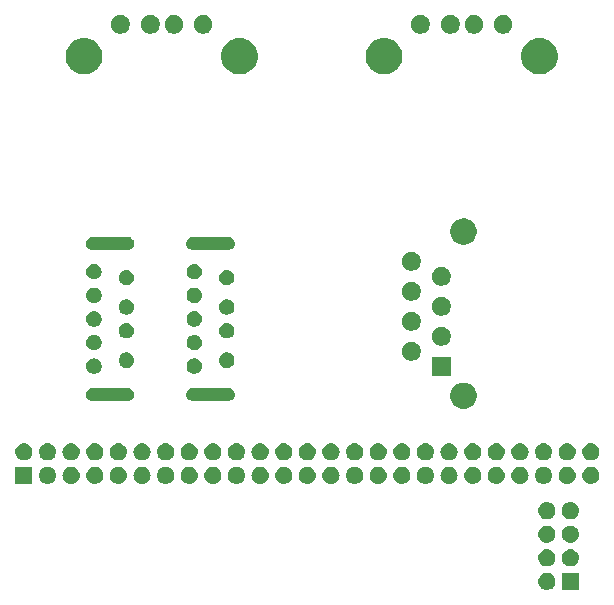
<source format=gbr>
G04 #@! TF.GenerationSoftware,KiCad,Pcbnew,(5.1.2)-1*
G04 #@! TF.CreationDate,2019-10-11T14:20:38-04:00*
G04 #@! TF.ProjectId,faceplate,66616365-706c-4617-9465-2e6b69636164,rev?*
G04 #@! TF.SameCoordinates,Original*
G04 #@! TF.FileFunction,Soldermask,Top*
G04 #@! TF.FilePolarity,Negative*
%FSLAX46Y46*%
G04 Gerber Fmt 4.6, Leading zero omitted, Abs format (unit mm)*
G04 Created by KiCad (PCBNEW (5.1.2)-1) date 2019-10-11 14:20:38*
%MOMM*%
%LPD*%
G04 APERTURE LIST*
%ADD10C,0.100000*%
G04 APERTURE END LIST*
D10*
G36*
X181320000Y-128932000D02*
G01*
X179868000Y-128932000D01*
X179868000Y-127480000D01*
X181320000Y-127480000D01*
X181320000Y-128932000D01*
X181320000Y-128932000D01*
G37*
G36*
X178665213Y-127483502D02*
G01*
X178736321Y-127490505D01*
X178873172Y-127532019D01*
X178873175Y-127532020D01*
X178999294Y-127599432D01*
X179109843Y-127690157D01*
X179200568Y-127800706D01*
X179267980Y-127926825D01*
X179267981Y-127926828D01*
X179309495Y-128063679D01*
X179323512Y-128206000D01*
X179309495Y-128348321D01*
X179267981Y-128485172D01*
X179267980Y-128485175D01*
X179200568Y-128611294D01*
X179109843Y-128721843D01*
X178999294Y-128812568D01*
X178873175Y-128879980D01*
X178873172Y-128879981D01*
X178736321Y-128921495D01*
X178665213Y-128928498D01*
X178629660Y-128932000D01*
X178558340Y-128932000D01*
X178522787Y-128928498D01*
X178451679Y-128921495D01*
X178314828Y-128879981D01*
X178314825Y-128879980D01*
X178188706Y-128812568D01*
X178078157Y-128721843D01*
X177987432Y-128611294D01*
X177920020Y-128485175D01*
X177920019Y-128485172D01*
X177878505Y-128348321D01*
X177864488Y-128206000D01*
X177878505Y-128063679D01*
X177920019Y-127926828D01*
X177920020Y-127926825D01*
X177987432Y-127800706D01*
X178078157Y-127690157D01*
X178188706Y-127599432D01*
X178314825Y-127532020D01*
X178314828Y-127532019D01*
X178451679Y-127490505D01*
X178522787Y-127483502D01*
X178558340Y-127480000D01*
X178629660Y-127480000D01*
X178665213Y-127483502D01*
X178665213Y-127483502D01*
G37*
G36*
X178665213Y-125483502D02*
G01*
X178736321Y-125490505D01*
X178873172Y-125532019D01*
X178873175Y-125532020D01*
X178999294Y-125599432D01*
X179109843Y-125690157D01*
X179200568Y-125800706D01*
X179267980Y-125926825D01*
X179267981Y-125926828D01*
X179309495Y-126063679D01*
X179323512Y-126206000D01*
X179309495Y-126348321D01*
X179267981Y-126485172D01*
X179267980Y-126485175D01*
X179200568Y-126611294D01*
X179109843Y-126721843D01*
X178999294Y-126812568D01*
X178873175Y-126879980D01*
X178873172Y-126879981D01*
X178736321Y-126921495D01*
X178665213Y-126928498D01*
X178629660Y-126932000D01*
X178558340Y-126932000D01*
X178522787Y-126928498D01*
X178451679Y-126921495D01*
X178314828Y-126879981D01*
X178314825Y-126879980D01*
X178188706Y-126812568D01*
X178078157Y-126721843D01*
X177987432Y-126611294D01*
X177920020Y-126485175D01*
X177920019Y-126485172D01*
X177878505Y-126348321D01*
X177864488Y-126206000D01*
X177878505Y-126063679D01*
X177920019Y-125926828D01*
X177920020Y-125926825D01*
X177987432Y-125800706D01*
X178078157Y-125690157D01*
X178188706Y-125599432D01*
X178314825Y-125532020D01*
X178314828Y-125532019D01*
X178451679Y-125490505D01*
X178522787Y-125483502D01*
X178558340Y-125480000D01*
X178629660Y-125480000D01*
X178665213Y-125483502D01*
X178665213Y-125483502D01*
G37*
G36*
X180665213Y-125483502D02*
G01*
X180736321Y-125490505D01*
X180873172Y-125532019D01*
X180873175Y-125532020D01*
X180999294Y-125599432D01*
X181109843Y-125690157D01*
X181200568Y-125800706D01*
X181267980Y-125926825D01*
X181267981Y-125926828D01*
X181309495Y-126063679D01*
X181323512Y-126206000D01*
X181309495Y-126348321D01*
X181267981Y-126485172D01*
X181267980Y-126485175D01*
X181200568Y-126611294D01*
X181109843Y-126721843D01*
X180999294Y-126812568D01*
X180873175Y-126879980D01*
X180873172Y-126879981D01*
X180736321Y-126921495D01*
X180665213Y-126928498D01*
X180629660Y-126932000D01*
X180558340Y-126932000D01*
X180522787Y-126928498D01*
X180451679Y-126921495D01*
X180314828Y-126879981D01*
X180314825Y-126879980D01*
X180188706Y-126812568D01*
X180078157Y-126721843D01*
X179987432Y-126611294D01*
X179920020Y-126485175D01*
X179920019Y-126485172D01*
X179878505Y-126348321D01*
X179864488Y-126206000D01*
X179878505Y-126063679D01*
X179920019Y-125926828D01*
X179920020Y-125926825D01*
X179987432Y-125800706D01*
X180078157Y-125690157D01*
X180188706Y-125599432D01*
X180314825Y-125532020D01*
X180314828Y-125532019D01*
X180451679Y-125490505D01*
X180522787Y-125483502D01*
X180558340Y-125480000D01*
X180629660Y-125480000D01*
X180665213Y-125483502D01*
X180665213Y-125483502D01*
G37*
G36*
X180665213Y-123483502D02*
G01*
X180736321Y-123490505D01*
X180873172Y-123532019D01*
X180873175Y-123532020D01*
X180999294Y-123599432D01*
X181109843Y-123690157D01*
X181200568Y-123800706D01*
X181267980Y-123926825D01*
X181267981Y-123926828D01*
X181309495Y-124063679D01*
X181323512Y-124206000D01*
X181309495Y-124348321D01*
X181267981Y-124485172D01*
X181267980Y-124485175D01*
X181200568Y-124611294D01*
X181109843Y-124721843D01*
X180999294Y-124812568D01*
X180873175Y-124879980D01*
X180873172Y-124879981D01*
X180736321Y-124921495D01*
X180665213Y-124928498D01*
X180629660Y-124932000D01*
X180558340Y-124932000D01*
X180522787Y-124928498D01*
X180451679Y-124921495D01*
X180314828Y-124879981D01*
X180314825Y-124879980D01*
X180188706Y-124812568D01*
X180078157Y-124721843D01*
X179987432Y-124611294D01*
X179920020Y-124485175D01*
X179920019Y-124485172D01*
X179878505Y-124348321D01*
X179864488Y-124206000D01*
X179878505Y-124063679D01*
X179920019Y-123926828D01*
X179920020Y-123926825D01*
X179987432Y-123800706D01*
X180078157Y-123690157D01*
X180188706Y-123599432D01*
X180314825Y-123532020D01*
X180314828Y-123532019D01*
X180451679Y-123490505D01*
X180522787Y-123483502D01*
X180558340Y-123480000D01*
X180629660Y-123480000D01*
X180665213Y-123483502D01*
X180665213Y-123483502D01*
G37*
G36*
X178665213Y-123483502D02*
G01*
X178736321Y-123490505D01*
X178873172Y-123532019D01*
X178873175Y-123532020D01*
X178999294Y-123599432D01*
X179109843Y-123690157D01*
X179200568Y-123800706D01*
X179267980Y-123926825D01*
X179267981Y-123926828D01*
X179309495Y-124063679D01*
X179323512Y-124206000D01*
X179309495Y-124348321D01*
X179267981Y-124485172D01*
X179267980Y-124485175D01*
X179200568Y-124611294D01*
X179109843Y-124721843D01*
X178999294Y-124812568D01*
X178873175Y-124879980D01*
X178873172Y-124879981D01*
X178736321Y-124921495D01*
X178665213Y-124928498D01*
X178629660Y-124932000D01*
X178558340Y-124932000D01*
X178522787Y-124928498D01*
X178451679Y-124921495D01*
X178314828Y-124879981D01*
X178314825Y-124879980D01*
X178188706Y-124812568D01*
X178078157Y-124721843D01*
X177987432Y-124611294D01*
X177920020Y-124485175D01*
X177920019Y-124485172D01*
X177878505Y-124348321D01*
X177864488Y-124206000D01*
X177878505Y-124063679D01*
X177920019Y-123926828D01*
X177920020Y-123926825D01*
X177987432Y-123800706D01*
X178078157Y-123690157D01*
X178188706Y-123599432D01*
X178314825Y-123532020D01*
X178314828Y-123532019D01*
X178451679Y-123490505D01*
X178522787Y-123483502D01*
X178558340Y-123480000D01*
X178629660Y-123480000D01*
X178665213Y-123483502D01*
X178665213Y-123483502D01*
G37*
G36*
X178665213Y-121483502D02*
G01*
X178736321Y-121490505D01*
X178873172Y-121532019D01*
X178873175Y-121532020D01*
X178999294Y-121599432D01*
X179109843Y-121690157D01*
X179200568Y-121800706D01*
X179267980Y-121926825D01*
X179267981Y-121926828D01*
X179309495Y-122063679D01*
X179323512Y-122206000D01*
X179309495Y-122348321D01*
X179267981Y-122485172D01*
X179267980Y-122485175D01*
X179200568Y-122611294D01*
X179109843Y-122721843D01*
X178999294Y-122812568D01*
X178873175Y-122879980D01*
X178873172Y-122879981D01*
X178736321Y-122921495D01*
X178665213Y-122928498D01*
X178629660Y-122932000D01*
X178558340Y-122932000D01*
X178522787Y-122928498D01*
X178451679Y-122921495D01*
X178314828Y-122879981D01*
X178314825Y-122879980D01*
X178188706Y-122812568D01*
X178078157Y-122721843D01*
X177987432Y-122611294D01*
X177920020Y-122485175D01*
X177920019Y-122485172D01*
X177878505Y-122348321D01*
X177864488Y-122206000D01*
X177878505Y-122063679D01*
X177920019Y-121926828D01*
X177920020Y-121926825D01*
X177987432Y-121800706D01*
X178078157Y-121690157D01*
X178188706Y-121599432D01*
X178314825Y-121532020D01*
X178314828Y-121532019D01*
X178451679Y-121490505D01*
X178522787Y-121483502D01*
X178558340Y-121480000D01*
X178629660Y-121480000D01*
X178665213Y-121483502D01*
X178665213Y-121483502D01*
G37*
G36*
X180665213Y-121483502D02*
G01*
X180736321Y-121490505D01*
X180873172Y-121532019D01*
X180873175Y-121532020D01*
X180999294Y-121599432D01*
X181109843Y-121690157D01*
X181200568Y-121800706D01*
X181267980Y-121926825D01*
X181267981Y-121926828D01*
X181309495Y-122063679D01*
X181323512Y-122206000D01*
X181309495Y-122348321D01*
X181267981Y-122485172D01*
X181267980Y-122485175D01*
X181200568Y-122611294D01*
X181109843Y-122721843D01*
X180999294Y-122812568D01*
X180873175Y-122879980D01*
X180873172Y-122879981D01*
X180736321Y-122921495D01*
X180665213Y-122928498D01*
X180629660Y-122932000D01*
X180558340Y-122932000D01*
X180522787Y-122928498D01*
X180451679Y-122921495D01*
X180314828Y-122879981D01*
X180314825Y-122879980D01*
X180188706Y-122812568D01*
X180078157Y-122721843D01*
X179987432Y-122611294D01*
X179920020Y-122485175D01*
X179920019Y-122485172D01*
X179878505Y-122348321D01*
X179864488Y-122206000D01*
X179878505Y-122063679D01*
X179920019Y-121926828D01*
X179920020Y-121926825D01*
X179987432Y-121800706D01*
X180078157Y-121690157D01*
X180188706Y-121599432D01*
X180314825Y-121532020D01*
X180314828Y-121532019D01*
X180451679Y-121490505D01*
X180522787Y-121483502D01*
X180558340Y-121480000D01*
X180629660Y-121480000D01*
X180665213Y-121483502D01*
X180665213Y-121483502D01*
G37*
G36*
X142395213Y-118503502D02*
G01*
X142466321Y-118510505D01*
X142603172Y-118552019D01*
X142603175Y-118552020D01*
X142729294Y-118619432D01*
X142839843Y-118710157D01*
X142930568Y-118820706D01*
X142997980Y-118946825D01*
X142997981Y-118946828D01*
X143039495Y-119083679D01*
X143053512Y-119226000D01*
X143039495Y-119368321D01*
X142997981Y-119505172D01*
X142997980Y-119505175D01*
X142930568Y-119631294D01*
X142839843Y-119741843D01*
X142729294Y-119832568D01*
X142603175Y-119899980D01*
X142603172Y-119899981D01*
X142466321Y-119941495D01*
X142395213Y-119948498D01*
X142359660Y-119952000D01*
X142288340Y-119952000D01*
X142252787Y-119948498D01*
X142181679Y-119941495D01*
X142044828Y-119899981D01*
X142044825Y-119899980D01*
X141918706Y-119832568D01*
X141808157Y-119741843D01*
X141717432Y-119631294D01*
X141650020Y-119505175D01*
X141650019Y-119505172D01*
X141608505Y-119368321D01*
X141594488Y-119226000D01*
X141608505Y-119083679D01*
X141650019Y-118946828D01*
X141650020Y-118946825D01*
X141717432Y-118820706D01*
X141808157Y-118710157D01*
X141918706Y-118619432D01*
X142044825Y-118552020D01*
X142044828Y-118552019D01*
X142181679Y-118510505D01*
X142252787Y-118503502D01*
X142288340Y-118500000D01*
X142359660Y-118500000D01*
X142395213Y-118503502D01*
X142395213Y-118503502D01*
G37*
G36*
X144395213Y-118503502D02*
G01*
X144466321Y-118510505D01*
X144603172Y-118552019D01*
X144603175Y-118552020D01*
X144729294Y-118619432D01*
X144839843Y-118710157D01*
X144930568Y-118820706D01*
X144997980Y-118946825D01*
X144997981Y-118946828D01*
X145039495Y-119083679D01*
X145053512Y-119226000D01*
X145039495Y-119368321D01*
X144997981Y-119505172D01*
X144997980Y-119505175D01*
X144930568Y-119631294D01*
X144839843Y-119741843D01*
X144729294Y-119832568D01*
X144603175Y-119899980D01*
X144603172Y-119899981D01*
X144466321Y-119941495D01*
X144395213Y-119948498D01*
X144359660Y-119952000D01*
X144288340Y-119952000D01*
X144252787Y-119948498D01*
X144181679Y-119941495D01*
X144044828Y-119899981D01*
X144044825Y-119899980D01*
X143918706Y-119832568D01*
X143808157Y-119741843D01*
X143717432Y-119631294D01*
X143650020Y-119505175D01*
X143650019Y-119505172D01*
X143608505Y-119368321D01*
X143594488Y-119226000D01*
X143608505Y-119083679D01*
X143650019Y-118946828D01*
X143650020Y-118946825D01*
X143717432Y-118820706D01*
X143808157Y-118710157D01*
X143918706Y-118619432D01*
X144044825Y-118552020D01*
X144044828Y-118552019D01*
X144181679Y-118510505D01*
X144252787Y-118503502D01*
X144288340Y-118500000D01*
X144359660Y-118500000D01*
X144395213Y-118503502D01*
X144395213Y-118503502D01*
G37*
G36*
X146395213Y-118503502D02*
G01*
X146466321Y-118510505D01*
X146603172Y-118552019D01*
X146603175Y-118552020D01*
X146729294Y-118619432D01*
X146839843Y-118710157D01*
X146930568Y-118820706D01*
X146997980Y-118946825D01*
X146997981Y-118946828D01*
X147039495Y-119083679D01*
X147053512Y-119226000D01*
X147039495Y-119368321D01*
X146997981Y-119505172D01*
X146997980Y-119505175D01*
X146930568Y-119631294D01*
X146839843Y-119741843D01*
X146729294Y-119832568D01*
X146603175Y-119899980D01*
X146603172Y-119899981D01*
X146466321Y-119941495D01*
X146395213Y-119948498D01*
X146359660Y-119952000D01*
X146288340Y-119952000D01*
X146252787Y-119948498D01*
X146181679Y-119941495D01*
X146044828Y-119899981D01*
X146044825Y-119899980D01*
X145918706Y-119832568D01*
X145808157Y-119741843D01*
X145717432Y-119631294D01*
X145650020Y-119505175D01*
X145650019Y-119505172D01*
X145608505Y-119368321D01*
X145594488Y-119226000D01*
X145608505Y-119083679D01*
X145650019Y-118946828D01*
X145650020Y-118946825D01*
X145717432Y-118820706D01*
X145808157Y-118710157D01*
X145918706Y-118619432D01*
X146044825Y-118552020D01*
X146044828Y-118552019D01*
X146181679Y-118510505D01*
X146252787Y-118503502D01*
X146288340Y-118500000D01*
X146359660Y-118500000D01*
X146395213Y-118503502D01*
X146395213Y-118503502D01*
G37*
G36*
X148395213Y-118503502D02*
G01*
X148466321Y-118510505D01*
X148603172Y-118552019D01*
X148603175Y-118552020D01*
X148729294Y-118619432D01*
X148839843Y-118710157D01*
X148930568Y-118820706D01*
X148997980Y-118946825D01*
X148997981Y-118946828D01*
X149039495Y-119083679D01*
X149053512Y-119226000D01*
X149039495Y-119368321D01*
X148997981Y-119505172D01*
X148997980Y-119505175D01*
X148930568Y-119631294D01*
X148839843Y-119741843D01*
X148729294Y-119832568D01*
X148603175Y-119899980D01*
X148603172Y-119899981D01*
X148466321Y-119941495D01*
X148395213Y-119948498D01*
X148359660Y-119952000D01*
X148288340Y-119952000D01*
X148252787Y-119948498D01*
X148181679Y-119941495D01*
X148044828Y-119899981D01*
X148044825Y-119899980D01*
X147918706Y-119832568D01*
X147808157Y-119741843D01*
X147717432Y-119631294D01*
X147650020Y-119505175D01*
X147650019Y-119505172D01*
X147608505Y-119368321D01*
X147594488Y-119226000D01*
X147608505Y-119083679D01*
X147650019Y-118946828D01*
X147650020Y-118946825D01*
X147717432Y-118820706D01*
X147808157Y-118710157D01*
X147918706Y-118619432D01*
X148044825Y-118552020D01*
X148044828Y-118552019D01*
X148181679Y-118510505D01*
X148252787Y-118503502D01*
X148288340Y-118500000D01*
X148359660Y-118500000D01*
X148395213Y-118503502D01*
X148395213Y-118503502D01*
G37*
G36*
X135050000Y-119952000D02*
G01*
X133598000Y-119952000D01*
X133598000Y-118500000D01*
X135050000Y-118500000D01*
X135050000Y-119952000D01*
X135050000Y-119952000D01*
G37*
G36*
X152395213Y-118503502D02*
G01*
X152466321Y-118510505D01*
X152603172Y-118552019D01*
X152603175Y-118552020D01*
X152729294Y-118619432D01*
X152839843Y-118710157D01*
X152930568Y-118820706D01*
X152997980Y-118946825D01*
X152997981Y-118946828D01*
X153039495Y-119083679D01*
X153053512Y-119226000D01*
X153039495Y-119368321D01*
X152997981Y-119505172D01*
X152997980Y-119505175D01*
X152930568Y-119631294D01*
X152839843Y-119741843D01*
X152729294Y-119832568D01*
X152603175Y-119899980D01*
X152603172Y-119899981D01*
X152466321Y-119941495D01*
X152395213Y-119948498D01*
X152359660Y-119952000D01*
X152288340Y-119952000D01*
X152252787Y-119948498D01*
X152181679Y-119941495D01*
X152044828Y-119899981D01*
X152044825Y-119899980D01*
X151918706Y-119832568D01*
X151808157Y-119741843D01*
X151717432Y-119631294D01*
X151650020Y-119505175D01*
X151650019Y-119505172D01*
X151608505Y-119368321D01*
X151594488Y-119226000D01*
X151608505Y-119083679D01*
X151650019Y-118946828D01*
X151650020Y-118946825D01*
X151717432Y-118820706D01*
X151808157Y-118710157D01*
X151918706Y-118619432D01*
X152044825Y-118552020D01*
X152044828Y-118552019D01*
X152181679Y-118510505D01*
X152252787Y-118503502D01*
X152288340Y-118500000D01*
X152359660Y-118500000D01*
X152395213Y-118503502D01*
X152395213Y-118503502D01*
G37*
G36*
X154395213Y-118503502D02*
G01*
X154466321Y-118510505D01*
X154603172Y-118552019D01*
X154603175Y-118552020D01*
X154729294Y-118619432D01*
X154839843Y-118710157D01*
X154930568Y-118820706D01*
X154997980Y-118946825D01*
X154997981Y-118946828D01*
X155039495Y-119083679D01*
X155053512Y-119226000D01*
X155039495Y-119368321D01*
X154997981Y-119505172D01*
X154997980Y-119505175D01*
X154930568Y-119631294D01*
X154839843Y-119741843D01*
X154729294Y-119832568D01*
X154603175Y-119899980D01*
X154603172Y-119899981D01*
X154466321Y-119941495D01*
X154395213Y-119948498D01*
X154359660Y-119952000D01*
X154288340Y-119952000D01*
X154252787Y-119948498D01*
X154181679Y-119941495D01*
X154044828Y-119899981D01*
X154044825Y-119899980D01*
X153918706Y-119832568D01*
X153808157Y-119741843D01*
X153717432Y-119631294D01*
X153650020Y-119505175D01*
X153650019Y-119505172D01*
X153608505Y-119368321D01*
X153594488Y-119226000D01*
X153608505Y-119083679D01*
X153650019Y-118946828D01*
X153650020Y-118946825D01*
X153717432Y-118820706D01*
X153808157Y-118710157D01*
X153918706Y-118619432D01*
X154044825Y-118552020D01*
X154044828Y-118552019D01*
X154181679Y-118510505D01*
X154252787Y-118503502D01*
X154288340Y-118500000D01*
X154359660Y-118500000D01*
X154395213Y-118503502D01*
X154395213Y-118503502D01*
G37*
G36*
X156395213Y-118503502D02*
G01*
X156466321Y-118510505D01*
X156603172Y-118552019D01*
X156603175Y-118552020D01*
X156729294Y-118619432D01*
X156839843Y-118710157D01*
X156930568Y-118820706D01*
X156997980Y-118946825D01*
X156997981Y-118946828D01*
X157039495Y-119083679D01*
X157053512Y-119226000D01*
X157039495Y-119368321D01*
X156997981Y-119505172D01*
X156997980Y-119505175D01*
X156930568Y-119631294D01*
X156839843Y-119741843D01*
X156729294Y-119832568D01*
X156603175Y-119899980D01*
X156603172Y-119899981D01*
X156466321Y-119941495D01*
X156395213Y-119948498D01*
X156359660Y-119952000D01*
X156288340Y-119952000D01*
X156252787Y-119948498D01*
X156181679Y-119941495D01*
X156044828Y-119899981D01*
X156044825Y-119899980D01*
X155918706Y-119832568D01*
X155808157Y-119741843D01*
X155717432Y-119631294D01*
X155650020Y-119505175D01*
X155650019Y-119505172D01*
X155608505Y-119368321D01*
X155594488Y-119226000D01*
X155608505Y-119083679D01*
X155650019Y-118946828D01*
X155650020Y-118946825D01*
X155717432Y-118820706D01*
X155808157Y-118710157D01*
X155918706Y-118619432D01*
X156044825Y-118552020D01*
X156044828Y-118552019D01*
X156181679Y-118510505D01*
X156252787Y-118503502D01*
X156288340Y-118500000D01*
X156359660Y-118500000D01*
X156395213Y-118503502D01*
X156395213Y-118503502D01*
G37*
G36*
X158395213Y-118503502D02*
G01*
X158466321Y-118510505D01*
X158603172Y-118552019D01*
X158603175Y-118552020D01*
X158729294Y-118619432D01*
X158839843Y-118710157D01*
X158930568Y-118820706D01*
X158997980Y-118946825D01*
X158997981Y-118946828D01*
X159039495Y-119083679D01*
X159053512Y-119226000D01*
X159039495Y-119368321D01*
X158997981Y-119505172D01*
X158997980Y-119505175D01*
X158930568Y-119631294D01*
X158839843Y-119741843D01*
X158729294Y-119832568D01*
X158603175Y-119899980D01*
X158603172Y-119899981D01*
X158466321Y-119941495D01*
X158395213Y-119948498D01*
X158359660Y-119952000D01*
X158288340Y-119952000D01*
X158252787Y-119948498D01*
X158181679Y-119941495D01*
X158044828Y-119899981D01*
X158044825Y-119899980D01*
X157918706Y-119832568D01*
X157808157Y-119741843D01*
X157717432Y-119631294D01*
X157650020Y-119505175D01*
X157650019Y-119505172D01*
X157608505Y-119368321D01*
X157594488Y-119226000D01*
X157608505Y-119083679D01*
X157650019Y-118946828D01*
X157650020Y-118946825D01*
X157717432Y-118820706D01*
X157808157Y-118710157D01*
X157918706Y-118619432D01*
X158044825Y-118552020D01*
X158044828Y-118552019D01*
X158181679Y-118510505D01*
X158252787Y-118503502D01*
X158288340Y-118500000D01*
X158359660Y-118500000D01*
X158395213Y-118503502D01*
X158395213Y-118503502D01*
G37*
G36*
X160395213Y-118503502D02*
G01*
X160466321Y-118510505D01*
X160603172Y-118552019D01*
X160603175Y-118552020D01*
X160729294Y-118619432D01*
X160839843Y-118710157D01*
X160930568Y-118820706D01*
X160997980Y-118946825D01*
X160997981Y-118946828D01*
X161039495Y-119083679D01*
X161053512Y-119226000D01*
X161039495Y-119368321D01*
X160997981Y-119505172D01*
X160997980Y-119505175D01*
X160930568Y-119631294D01*
X160839843Y-119741843D01*
X160729294Y-119832568D01*
X160603175Y-119899980D01*
X160603172Y-119899981D01*
X160466321Y-119941495D01*
X160395213Y-119948498D01*
X160359660Y-119952000D01*
X160288340Y-119952000D01*
X160252787Y-119948498D01*
X160181679Y-119941495D01*
X160044828Y-119899981D01*
X160044825Y-119899980D01*
X159918706Y-119832568D01*
X159808157Y-119741843D01*
X159717432Y-119631294D01*
X159650020Y-119505175D01*
X159650019Y-119505172D01*
X159608505Y-119368321D01*
X159594488Y-119226000D01*
X159608505Y-119083679D01*
X159650019Y-118946828D01*
X159650020Y-118946825D01*
X159717432Y-118820706D01*
X159808157Y-118710157D01*
X159918706Y-118619432D01*
X160044825Y-118552020D01*
X160044828Y-118552019D01*
X160181679Y-118510505D01*
X160252787Y-118503502D01*
X160288340Y-118500000D01*
X160359660Y-118500000D01*
X160395213Y-118503502D01*
X160395213Y-118503502D01*
G37*
G36*
X162395213Y-118503502D02*
G01*
X162466321Y-118510505D01*
X162603172Y-118552019D01*
X162603175Y-118552020D01*
X162729294Y-118619432D01*
X162839843Y-118710157D01*
X162930568Y-118820706D01*
X162997980Y-118946825D01*
X162997981Y-118946828D01*
X163039495Y-119083679D01*
X163053512Y-119226000D01*
X163039495Y-119368321D01*
X162997981Y-119505172D01*
X162997980Y-119505175D01*
X162930568Y-119631294D01*
X162839843Y-119741843D01*
X162729294Y-119832568D01*
X162603175Y-119899980D01*
X162603172Y-119899981D01*
X162466321Y-119941495D01*
X162395213Y-119948498D01*
X162359660Y-119952000D01*
X162288340Y-119952000D01*
X162252787Y-119948498D01*
X162181679Y-119941495D01*
X162044828Y-119899981D01*
X162044825Y-119899980D01*
X161918706Y-119832568D01*
X161808157Y-119741843D01*
X161717432Y-119631294D01*
X161650020Y-119505175D01*
X161650019Y-119505172D01*
X161608505Y-119368321D01*
X161594488Y-119226000D01*
X161608505Y-119083679D01*
X161650019Y-118946828D01*
X161650020Y-118946825D01*
X161717432Y-118820706D01*
X161808157Y-118710157D01*
X161918706Y-118619432D01*
X162044825Y-118552020D01*
X162044828Y-118552019D01*
X162181679Y-118510505D01*
X162252787Y-118503502D01*
X162288340Y-118500000D01*
X162359660Y-118500000D01*
X162395213Y-118503502D01*
X162395213Y-118503502D01*
G37*
G36*
X164395213Y-118503502D02*
G01*
X164466321Y-118510505D01*
X164603172Y-118552019D01*
X164603175Y-118552020D01*
X164729294Y-118619432D01*
X164839843Y-118710157D01*
X164930568Y-118820706D01*
X164997980Y-118946825D01*
X164997981Y-118946828D01*
X165039495Y-119083679D01*
X165053512Y-119226000D01*
X165039495Y-119368321D01*
X164997981Y-119505172D01*
X164997980Y-119505175D01*
X164930568Y-119631294D01*
X164839843Y-119741843D01*
X164729294Y-119832568D01*
X164603175Y-119899980D01*
X164603172Y-119899981D01*
X164466321Y-119941495D01*
X164395213Y-119948498D01*
X164359660Y-119952000D01*
X164288340Y-119952000D01*
X164252787Y-119948498D01*
X164181679Y-119941495D01*
X164044828Y-119899981D01*
X164044825Y-119899980D01*
X163918706Y-119832568D01*
X163808157Y-119741843D01*
X163717432Y-119631294D01*
X163650020Y-119505175D01*
X163650019Y-119505172D01*
X163608505Y-119368321D01*
X163594488Y-119226000D01*
X163608505Y-119083679D01*
X163650019Y-118946828D01*
X163650020Y-118946825D01*
X163717432Y-118820706D01*
X163808157Y-118710157D01*
X163918706Y-118619432D01*
X164044825Y-118552020D01*
X164044828Y-118552019D01*
X164181679Y-118510505D01*
X164252787Y-118503502D01*
X164288340Y-118500000D01*
X164359660Y-118500000D01*
X164395213Y-118503502D01*
X164395213Y-118503502D01*
G37*
G36*
X138395213Y-118503502D02*
G01*
X138466321Y-118510505D01*
X138603172Y-118552019D01*
X138603175Y-118552020D01*
X138729294Y-118619432D01*
X138839843Y-118710157D01*
X138930568Y-118820706D01*
X138997980Y-118946825D01*
X138997981Y-118946828D01*
X139039495Y-119083679D01*
X139053512Y-119226000D01*
X139039495Y-119368321D01*
X138997981Y-119505172D01*
X138997980Y-119505175D01*
X138930568Y-119631294D01*
X138839843Y-119741843D01*
X138729294Y-119832568D01*
X138603175Y-119899980D01*
X138603172Y-119899981D01*
X138466321Y-119941495D01*
X138395213Y-119948498D01*
X138359660Y-119952000D01*
X138288340Y-119952000D01*
X138252787Y-119948498D01*
X138181679Y-119941495D01*
X138044828Y-119899981D01*
X138044825Y-119899980D01*
X137918706Y-119832568D01*
X137808157Y-119741843D01*
X137717432Y-119631294D01*
X137650020Y-119505175D01*
X137650019Y-119505172D01*
X137608505Y-119368321D01*
X137594488Y-119226000D01*
X137608505Y-119083679D01*
X137650019Y-118946828D01*
X137650020Y-118946825D01*
X137717432Y-118820706D01*
X137808157Y-118710157D01*
X137918706Y-118619432D01*
X138044825Y-118552020D01*
X138044828Y-118552019D01*
X138181679Y-118510505D01*
X138252787Y-118503502D01*
X138288340Y-118500000D01*
X138359660Y-118500000D01*
X138395213Y-118503502D01*
X138395213Y-118503502D01*
G37*
G36*
X168395213Y-118503502D02*
G01*
X168466321Y-118510505D01*
X168603172Y-118552019D01*
X168603175Y-118552020D01*
X168729294Y-118619432D01*
X168839843Y-118710157D01*
X168930568Y-118820706D01*
X168997980Y-118946825D01*
X168997981Y-118946828D01*
X169039495Y-119083679D01*
X169053512Y-119226000D01*
X169039495Y-119368321D01*
X168997981Y-119505172D01*
X168997980Y-119505175D01*
X168930568Y-119631294D01*
X168839843Y-119741843D01*
X168729294Y-119832568D01*
X168603175Y-119899980D01*
X168603172Y-119899981D01*
X168466321Y-119941495D01*
X168395213Y-119948498D01*
X168359660Y-119952000D01*
X168288340Y-119952000D01*
X168252787Y-119948498D01*
X168181679Y-119941495D01*
X168044828Y-119899981D01*
X168044825Y-119899980D01*
X167918706Y-119832568D01*
X167808157Y-119741843D01*
X167717432Y-119631294D01*
X167650020Y-119505175D01*
X167650019Y-119505172D01*
X167608505Y-119368321D01*
X167594488Y-119226000D01*
X167608505Y-119083679D01*
X167650019Y-118946828D01*
X167650020Y-118946825D01*
X167717432Y-118820706D01*
X167808157Y-118710157D01*
X167918706Y-118619432D01*
X168044825Y-118552020D01*
X168044828Y-118552019D01*
X168181679Y-118510505D01*
X168252787Y-118503502D01*
X168288340Y-118500000D01*
X168359660Y-118500000D01*
X168395213Y-118503502D01*
X168395213Y-118503502D01*
G37*
G36*
X166395213Y-118503502D02*
G01*
X166466321Y-118510505D01*
X166603172Y-118552019D01*
X166603175Y-118552020D01*
X166729294Y-118619432D01*
X166839843Y-118710157D01*
X166930568Y-118820706D01*
X166997980Y-118946825D01*
X166997981Y-118946828D01*
X167039495Y-119083679D01*
X167053512Y-119226000D01*
X167039495Y-119368321D01*
X166997981Y-119505172D01*
X166997980Y-119505175D01*
X166930568Y-119631294D01*
X166839843Y-119741843D01*
X166729294Y-119832568D01*
X166603175Y-119899980D01*
X166603172Y-119899981D01*
X166466321Y-119941495D01*
X166395213Y-119948498D01*
X166359660Y-119952000D01*
X166288340Y-119952000D01*
X166252787Y-119948498D01*
X166181679Y-119941495D01*
X166044828Y-119899981D01*
X166044825Y-119899980D01*
X165918706Y-119832568D01*
X165808157Y-119741843D01*
X165717432Y-119631294D01*
X165650020Y-119505175D01*
X165650019Y-119505172D01*
X165608505Y-119368321D01*
X165594488Y-119226000D01*
X165608505Y-119083679D01*
X165650019Y-118946828D01*
X165650020Y-118946825D01*
X165717432Y-118820706D01*
X165808157Y-118710157D01*
X165918706Y-118619432D01*
X166044825Y-118552020D01*
X166044828Y-118552019D01*
X166181679Y-118510505D01*
X166252787Y-118503502D01*
X166288340Y-118500000D01*
X166359660Y-118500000D01*
X166395213Y-118503502D01*
X166395213Y-118503502D01*
G37*
G36*
X170395213Y-118503502D02*
G01*
X170466321Y-118510505D01*
X170603172Y-118552019D01*
X170603175Y-118552020D01*
X170729294Y-118619432D01*
X170839843Y-118710157D01*
X170930568Y-118820706D01*
X170997980Y-118946825D01*
X170997981Y-118946828D01*
X171039495Y-119083679D01*
X171053512Y-119226000D01*
X171039495Y-119368321D01*
X170997981Y-119505172D01*
X170997980Y-119505175D01*
X170930568Y-119631294D01*
X170839843Y-119741843D01*
X170729294Y-119832568D01*
X170603175Y-119899980D01*
X170603172Y-119899981D01*
X170466321Y-119941495D01*
X170395213Y-119948498D01*
X170359660Y-119952000D01*
X170288340Y-119952000D01*
X170252787Y-119948498D01*
X170181679Y-119941495D01*
X170044828Y-119899981D01*
X170044825Y-119899980D01*
X169918706Y-119832568D01*
X169808157Y-119741843D01*
X169717432Y-119631294D01*
X169650020Y-119505175D01*
X169650019Y-119505172D01*
X169608505Y-119368321D01*
X169594488Y-119226000D01*
X169608505Y-119083679D01*
X169650019Y-118946828D01*
X169650020Y-118946825D01*
X169717432Y-118820706D01*
X169808157Y-118710157D01*
X169918706Y-118619432D01*
X170044825Y-118552020D01*
X170044828Y-118552019D01*
X170181679Y-118510505D01*
X170252787Y-118503502D01*
X170288340Y-118500000D01*
X170359660Y-118500000D01*
X170395213Y-118503502D01*
X170395213Y-118503502D01*
G37*
G36*
X172395213Y-118503502D02*
G01*
X172466321Y-118510505D01*
X172603172Y-118552019D01*
X172603175Y-118552020D01*
X172729294Y-118619432D01*
X172839843Y-118710157D01*
X172930568Y-118820706D01*
X172997980Y-118946825D01*
X172997981Y-118946828D01*
X173039495Y-119083679D01*
X173053512Y-119226000D01*
X173039495Y-119368321D01*
X172997981Y-119505172D01*
X172997980Y-119505175D01*
X172930568Y-119631294D01*
X172839843Y-119741843D01*
X172729294Y-119832568D01*
X172603175Y-119899980D01*
X172603172Y-119899981D01*
X172466321Y-119941495D01*
X172395213Y-119948498D01*
X172359660Y-119952000D01*
X172288340Y-119952000D01*
X172252787Y-119948498D01*
X172181679Y-119941495D01*
X172044828Y-119899981D01*
X172044825Y-119899980D01*
X171918706Y-119832568D01*
X171808157Y-119741843D01*
X171717432Y-119631294D01*
X171650020Y-119505175D01*
X171650019Y-119505172D01*
X171608505Y-119368321D01*
X171594488Y-119226000D01*
X171608505Y-119083679D01*
X171650019Y-118946828D01*
X171650020Y-118946825D01*
X171717432Y-118820706D01*
X171808157Y-118710157D01*
X171918706Y-118619432D01*
X172044825Y-118552020D01*
X172044828Y-118552019D01*
X172181679Y-118510505D01*
X172252787Y-118503502D01*
X172288340Y-118500000D01*
X172359660Y-118500000D01*
X172395213Y-118503502D01*
X172395213Y-118503502D01*
G37*
G36*
X174395213Y-118503502D02*
G01*
X174466321Y-118510505D01*
X174603172Y-118552019D01*
X174603175Y-118552020D01*
X174729294Y-118619432D01*
X174839843Y-118710157D01*
X174930568Y-118820706D01*
X174997980Y-118946825D01*
X174997981Y-118946828D01*
X175039495Y-119083679D01*
X175053512Y-119226000D01*
X175039495Y-119368321D01*
X174997981Y-119505172D01*
X174997980Y-119505175D01*
X174930568Y-119631294D01*
X174839843Y-119741843D01*
X174729294Y-119832568D01*
X174603175Y-119899980D01*
X174603172Y-119899981D01*
X174466321Y-119941495D01*
X174395213Y-119948498D01*
X174359660Y-119952000D01*
X174288340Y-119952000D01*
X174252787Y-119948498D01*
X174181679Y-119941495D01*
X174044828Y-119899981D01*
X174044825Y-119899980D01*
X173918706Y-119832568D01*
X173808157Y-119741843D01*
X173717432Y-119631294D01*
X173650020Y-119505175D01*
X173650019Y-119505172D01*
X173608505Y-119368321D01*
X173594488Y-119226000D01*
X173608505Y-119083679D01*
X173650019Y-118946828D01*
X173650020Y-118946825D01*
X173717432Y-118820706D01*
X173808157Y-118710157D01*
X173918706Y-118619432D01*
X174044825Y-118552020D01*
X174044828Y-118552019D01*
X174181679Y-118510505D01*
X174252787Y-118503502D01*
X174288340Y-118500000D01*
X174359660Y-118500000D01*
X174395213Y-118503502D01*
X174395213Y-118503502D01*
G37*
G36*
X176395213Y-118503502D02*
G01*
X176466321Y-118510505D01*
X176603172Y-118552019D01*
X176603175Y-118552020D01*
X176729294Y-118619432D01*
X176839843Y-118710157D01*
X176930568Y-118820706D01*
X176997980Y-118946825D01*
X176997981Y-118946828D01*
X177039495Y-119083679D01*
X177053512Y-119226000D01*
X177039495Y-119368321D01*
X176997981Y-119505172D01*
X176997980Y-119505175D01*
X176930568Y-119631294D01*
X176839843Y-119741843D01*
X176729294Y-119832568D01*
X176603175Y-119899980D01*
X176603172Y-119899981D01*
X176466321Y-119941495D01*
X176395213Y-119948498D01*
X176359660Y-119952000D01*
X176288340Y-119952000D01*
X176252787Y-119948498D01*
X176181679Y-119941495D01*
X176044828Y-119899981D01*
X176044825Y-119899980D01*
X175918706Y-119832568D01*
X175808157Y-119741843D01*
X175717432Y-119631294D01*
X175650020Y-119505175D01*
X175650019Y-119505172D01*
X175608505Y-119368321D01*
X175594488Y-119226000D01*
X175608505Y-119083679D01*
X175650019Y-118946828D01*
X175650020Y-118946825D01*
X175717432Y-118820706D01*
X175808157Y-118710157D01*
X175918706Y-118619432D01*
X176044825Y-118552020D01*
X176044828Y-118552019D01*
X176181679Y-118510505D01*
X176252787Y-118503502D01*
X176288340Y-118500000D01*
X176359660Y-118500000D01*
X176395213Y-118503502D01*
X176395213Y-118503502D01*
G37*
G36*
X180395213Y-118503502D02*
G01*
X180466321Y-118510505D01*
X180603172Y-118552019D01*
X180603175Y-118552020D01*
X180729294Y-118619432D01*
X180839843Y-118710157D01*
X180930568Y-118820706D01*
X180997980Y-118946825D01*
X180997981Y-118946828D01*
X181039495Y-119083679D01*
X181053512Y-119226000D01*
X181039495Y-119368321D01*
X180997981Y-119505172D01*
X180997980Y-119505175D01*
X180930568Y-119631294D01*
X180839843Y-119741843D01*
X180729294Y-119832568D01*
X180603175Y-119899980D01*
X180603172Y-119899981D01*
X180466321Y-119941495D01*
X180395213Y-119948498D01*
X180359660Y-119952000D01*
X180288340Y-119952000D01*
X180252787Y-119948498D01*
X180181679Y-119941495D01*
X180044828Y-119899981D01*
X180044825Y-119899980D01*
X179918706Y-119832568D01*
X179808157Y-119741843D01*
X179717432Y-119631294D01*
X179650020Y-119505175D01*
X179650019Y-119505172D01*
X179608505Y-119368321D01*
X179594488Y-119226000D01*
X179608505Y-119083679D01*
X179650019Y-118946828D01*
X179650020Y-118946825D01*
X179717432Y-118820706D01*
X179808157Y-118710157D01*
X179918706Y-118619432D01*
X180044825Y-118552020D01*
X180044828Y-118552019D01*
X180181679Y-118510505D01*
X180252787Y-118503502D01*
X180288340Y-118500000D01*
X180359660Y-118500000D01*
X180395213Y-118503502D01*
X180395213Y-118503502D01*
G37*
G36*
X182395213Y-118503502D02*
G01*
X182466321Y-118510505D01*
X182603172Y-118552019D01*
X182603175Y-118552020D01*
X182729294Y-118619432D01*
X182839843Y-118710157D01*
X182930568Y-118820706D01*
X182997980Y-118946825D01*
X182997981Y-118946828D01*
X183039495Y-119083679D01*
X183053512Y-119226000D01*
X183039495Y-119368321D01*
X182997981Y-119505172D01*
X182997980Y-119505175D01*
X182930568Y-119631294D01*
X182839843Y-119741843D01*
X182729294Y-119832568D01*
X182603175Y-119899980D01*
X182603172Y-119899981D01*
X182466321Y-119941495D01*
X182395213Y-119948498D01*
X182359660Y-119952000D01*
X182288340Y-119952000D01*
X182252787Y-119948498D01*
X182181679Y-119941495D01*
X182044828Y-119899981D01*
X182044825Y-119899980D01*
X181918706Y-119832568D01*
X181808157Y-119741843D01*
X181717432Y-119631294D01*
X181650020Y-119505175D01*
X181650019Y-119505172D01*
X181608505Y-119368321D01*
X181594488Y-119226000D01*
X181608505Y-119083679D01*
X181650019Y-118946828D01*
X181650020Y-118946825D01*
X181717432Y-118820706D01*
X181808157Y-118710157D01*
X181918706Y-118619432D01*
X182044825Y-118552020D01*
X182044828Y-118552019D01*
X182181679Y-118510505D01*
X182252787Y-118503502D01*
X182288340Y-118500000D01*
X182359660Y-118500000D01*
X182395213Y-118503502D01*
X182395213Y-118503502D01*
G37*
G36*
X150395213Y-118503502D02*
G01*
X150466321Y-118510505D01*
X150603172Y-118552019D01*
X150603175Y-118552020D01*
X150729294Y-118619432D01*
X150839843Y-118710157D01*
X150930568Y-118820706D01*
X150997980Y-118946825D01*
X150997981Y-118946828D01*
X151039495Y-119083679D01*
X151053512Y-119226000D01*
X151039495Y-119368321D01*
X150997981Y-119505172D01*
X150997980Y-119505175D01*
X150930568Y-119631294D01*
X150839843Y-119741843D01*
X150729294Y-119832568D01*
X150603175Y-119899980D01*
X150603172Y-119899981D01*
X150466321Y-119941495D01*
X150395213Y-119948498D01*
X150359660Y-119952000D01*
X150288340Y-119952000D01*
X150252787Y-119948498D01*
X150181679Y-119941495D01*
X150044828Y-119899981D01*
X150044825Y-119899980D01*
X149918706Y-119832568D01*
X149808157Y-119741843D01*
X149717432Y-119631294D01*
X149650020Y-119505175D01*
X149650019Y-119505172D01*
X149608505Y-119368321D01*
X149594488Y-119226000D01*
X149608505Y-119083679D01*
X149650019Y-118946828D01*
X149650020Y-118946825D01*
X149717432Y-118820706D01*
X149808157Y-118710157D01*
X149918706Y-118619432D01*
X150044825Y-118552020D01*
X150044828Y-118552019D01*
X150181679Y-118510505D01*
X150252787Y-118503502D01*
X150288340Y-118500000D01*
X150359660Y-118500000D01*
X150395213Y-118503502D01*
X150395213Y-118503502D01*
G37*
G36*
X136395213Y-118503502D02*
G01*
X136466321Y-118510505D01*
X136603172Y-118552019D01*
X136603175Y-118552020D01*
X136729294Y-118619432D01*
X136839843Y-118710157D01*
X136930568Y-118820706D01*
X136997980Y-118946825D01*
X136997981Y-118946828D01*
X137039495Y-119083679D01*
X137053512Y-119226000D01*
X137039495Y-119368321D01*
X136997981Y-119505172D01*
X136997980Y-119505175D01*
X136930568Y-119631294D01*
X136839843Y-119741843D01*
X136729294Y-119832568D01*
X136603175Y-119899980D01*
X136603172Y-119899981D01*
X136466321Y-119941495D01*
X136395213Y-119948498D01*
X136359660Y-119952000D01*
X136288340Y-119952000D01*
X136252787Y-119948498D01*
X136181679Y-119941495D01*
X136044828Y-119899981D01*
X136044825Y-119899980D01*
X135918706Y-119832568D01*
X135808157Y-119741843D01*
X135717432Y-119631294D01*
X135650020Y-119505175D01*
X135650019Y-119505172D01*
X135608505Y-119368321D01*
X135594488Y-119226000D01*
X135608505Y-119083679D01*
X135650019Y-118946828D01*
X135650020Y-118946825D01*
X135717432Y-118820706D01*
X135808157Y-118710157D01*
X135918706Y-118619432D01*
X136044825Y-118552020D01*
X136044828Y-118552019D01*
X136181679Y-118510505D01*
X136252787Y-118503502D01*
X136288340Y-118500000D01*
X136359660Y-118500000D01*
X136395213Y-118503502D01*
X136395213Y-118503502D01*
G37*
G36*
X178395213Y-118503502D02*
G01*
X178466321Y-118510505D01*
X178603172Y-118552019D01*
X178603175Y-118552020D01*
X178729294Y-118619432D01*
X178839843Y-118710157D01*
X178930568Y-118820706D01*
X178997980Y-118946825D01*
X178997981Y-118946828D01*
X179039495Y-119083679D01*
X179053512Y-119226000D01*
X179039495Y-119368321D01*
X178997981Y-119505172D01*
X178997980Y-119505175D01*
X178930568Y-119631294D01*
X178839843Y-119741843D01*
X178729294Y-119832568D01*
X178603175Y-119899980D01*
X178603172Y-119899981D01*
X178466321Y-119941495D01*
X178395213Y-119948498D01*
X178359660Y-119952000D01*
X178288340Y-119952000D01*
X178252787Y-119948498D01*
X178181679Y-119941495D01*
X178044828Y-119899981D01*
X178044825Y-119899980D01*
X177918706Y-119832568D01*
X177808157Y-119741843D01*
X177717432Y-119631294D01*
X177650020Y-119505175D01*
X177650019Y-119505172D01*
X177608505Y-119368321D01*
X177594488Y-119226000D01*
X177608505Y-119083679D01*
X177650019Y-118946828D01*
X177650020Y-118946825D01*
X177717432Y-118820706D01*
X177808157Y-118710157D01*
X177918706Y-118619432D01*
X178044825Y-118552020D01*
X178044828Y-118552019D01*
X178181679Y-118510505D01*
X178252787Y-118503502D01*
X178288340Y-118500000D01*
X178359660Y-118500000D01*
X178395213Y-118503502D01*
X178395213Y-118503502D01*
G37*
G36*
X140395213Y-118503502D02*
G01*
X140466321Y-118510505D01*
X140603172Y-118552019D01*
X140603175Y-118552020D01*
X140729294Y-118619432D01*
X140839843Y-118710157D01*
X140930568Y-118820706D01*
X140997980Y-118946825D01*
X140997981Y-118946828D01*
X141039495Y-119083679D01*
X141053512Y-119226000D01*
X141039495Y-119368321D01*
X140997981Y-119505172D01*
X140997980Y-119505175D01*
X140930568Y-119631294D01*
X140839843Y-119741843D01*
X140729294Y-119832568D01*
X140603175Y-119899980D01*
X140603172Y-119899981D01*
X140466321Y-119941495D01*
X140395213Y-119948498D01*
X140359660Y-119952000D01*
X140288340Y-119952000D01*
X140252787Y-119948498D01*
X140181679Y-119941495D01*
X140044828Y-119899981D01*
X140044825Y-119899980D01*
X139918706Y-119832568D01*
X139808157Y-119741843D01*
X139717432Y-119631294D01*
X139650020Y-119505175D01*
X139650019Y-119505172D01*
X139608505Y-119368321D01*
X139594488Y-119226000D01*
X139608505Y-119083679D01*
X139650019Y-118946828D01*
X139650020Y-118946825D01*
X139717432Y-118820706D01*
X139808157Y-118710157D01*
X139918706Y-118619432D01*
X140044825Y-118552020D01*
X140044828Y-118552019D01*
X140181679Y-118510505D01*
X140252787Y-118503502D01*
X140288340Y-118500000D01*
X140359660Y-118500000D01*
X140395213Y-118503502D01*
X140395213Y-118503502D01*
G37*
G36*
X148395213Y-116503502D02*
G01*
X148466321Y-116510505D01*
X148603172Y-116552019D01*
X148603175Y-116552020D01*
X148729294Y-116619432D01*
X148839843Y-116710157D01*
X148930568Y-116820706D01*
X148997980Y-116946825D01*
X148997981Y-116946828D01*
X149039495Y-117083679D01*
X149053512Y-117226000D01*
X149039495Y-117368321D01*
X148997981Y-117505172D01*
X148997980Y-117505175D01*
X148930568Y-117631294D01*
X148839843Y-117741843D01*
X148729294Y-117832568D01*
X148603175Y-117899980D01*
X148603172Y-117899981D01*
X148466321Y-117941495D01*
X148395213Y-117948498D01*
X148359660Y-117952000D01*
X148288340Y-117952000D01*
X148252787Y-117948498D01*
X148181679Y-117941495D01*
X148044828Y-117899981D01*
X148044825Y-117899980D01*
X147918706Y-117832568D01*
X147808157Y-117741843D01*
X147717432Y-117631294D01*
X147650020Y-117505175D01*
X147650019Y-117505172D01*
X147608505Y-117368321D01*
X147594488Y-117226000D01*
X147608505Y-117083679D01*
X147650019Y-116946828D01*
X147650020Y-116946825D01*
X147717432Y-116820706D01*
X147808157Y-116710157D01*
X147918706Y-116619432D01*
X148044825Y-116552020D01*
X148044828Y-116552019D01*
X148181679Y-116510505D01*
X148252787Y-116503502D01*
X148288340Y-116500000D01*
X148359660Y-116500000D01*
X148395213Y-116503502D01*
X148395213Y-116503502D01*
G37*
G36*
X150395213Y-116503502D02*
G01*
X150466321Y-116510505D01*
X150603172Y-116552019D01*
X150603175Y-116552020D01*
X150729294Y-116619432D01*
X150839843Y-116710157D01*
X150930568Y-116820706D01*
X150997980Y-116946825D01*
X150997981Y-116946828D01*
X151039495Y-117083679D01*
X151053512Y-117226000D01*
X151039495Y-117368321D01*
X150997981Y-117505172D01*
X150997980Y-117505175D01*
X150930568Y-117631294D01*
X150839843Y-117741843D01*
X150729294Y-117832568D01*
X150603175Y-117899980D01*
X150603172Y-117899981D01*
X150466321Y-117941495D01*
X150395213Y-117948498D01*
X150359660Y-117952000D01*
X150288340Y-117952000D01*
X150252787Y-117948498D01*
X150181679Y-117941495D01*
X150044828Y-117899981D01*
X150044825Y-117899980D01*
X149918706Y-117832568D01*
X149808157Y-117741843D01*
X149717432Y-117631294D01*
X149650020Y-117505175D01*
X149650019Y-117505172D01*
X149608505Y-117368321D01*
X149594488Y-117226000D01*
X149608505Y-117083679D01*
X149650019Y-116946828D01*
X149650020Y-116946825D01*
X149717432Y-116820706D01*
X149808157Y-116710157D01*
X149918706Y-116619432D01*
X150044825Y-116552020D01*
X150044828Y-116552019D01*
X150181679Y-116510505D01*
X150252787Y-116503502D01*
X150288340Y-116500000D01*
X150359660Y-116500000D01*
X150395213Y-116503502D01*
X150395213Y-116503502D01*
G37*
G36*
X144395213Y-116503502D02*
G01*
X144466321Y-116510505D01*
X144603172Y-116552019D01*
X144603175Y-116552020D01*
X144729294Y-116619432D01*
X144839843Y-116710157D01*
X144930568Y-116820706D01*
X144997980Y-116946825D01*
X144997981Y-116946828D01*
X145039495Y-117083679D01*
X145053512Y-117226000D01*
X145039495Y-117368321D01*
X144997981Y-117505172D01*
X144997980Y-117505175D01*
X144930568Y-117631294D01*
X144839843Y-117741843D01*
X144729294Y-117832568D01*
X144603175Y-117899980D01*
X144603172Y-117899981D01*
X144466321Y-117941495D01*
X144395213Y-117948498D01*
X144359660Y-117952000D01*
X144288340Y-117952000D01*
X144252787Y-117948498D01*
X144181679Y-117941495D01*
X144044828Y-117899981D01*
X144044825Y-117899980D01*
X143918706Y-117832568D01*
X143808157Y-117741843D01*
X143717432Y-117631294D01*
X143650020Y-117505175D01*
X143650019Y-117505172D01*
X143608505Y-117368321D01*
X143594488Y-117226000D01*
X143608505Y-117083679D01*
X143650019Y-116946828D01*
X143650020Y-116946825D01*
X143717432Y-116820706D01*
X143808157Y-116710157D01*
X143918706Y-116619432D01*
X144044825Y-116552020D01*
X144044828Y-116552019D01*
X144181679Y-116510505D01*
X144252787Y-116503502D01*
X144288340Y-116500000D01*
X144359660Y-116500000D01*
X144395213Y-116503502D01*
X144395213Y-116503502D01*
G37*
G36*
X152395213Y-116503502D02*
G01*
X152466321Y-116510505D01*
X152603172Y-116552019D01*
X152603175Y-116552020D01*
X152729294Y-116619432D01*
X152839843Y-116710157D01*
X152930568Y-116820706D01*
X152997980Y-116946825D01*
X152997981Y-116946828D01*
X153039495Y-117083679D01*
X153053512Y-117226000D01*
X153039495Y-117368321D01*
X152997981Y-117505172D01*
X152997980Y-117505175D01*
X152930568Y-117631294D01*
X152839843Y-117741843D01*
X152729294Y-117832568D01*
X152603175Y-117899980D01*
X152603172Y-117899981D01*
X152466321Y-117941495D01*
X152395213Y-117948498D01*
X152359660Y-117952000D01*
X152288340Y-117952000D01*
X152252787Y-117948498D01*
X152181679Y-117941495D01*
X152044828Y-117899981D01*
X152044825Y-117899980D01*
X151918706Y-117832568D01*
X151808157Y-117741843D01*
X151717432Y-117631294D01*
X151650020Y-117505175D01*
X151650019Y-117505172D01*
X151608505Y-117368321D01*
X151594488Y-117226000D01*
X151608505Y-117083679D01*
X151650019Y-116946828D01*
X151650020Y-116946825D01*
X151717432Y-116820706D01*
X151808157Y-116710157D01*
X151918706Y-116619432D01*
X152044825Y-116552020D01*
X152044828Y-116552019D01*
X152181679Y-116510505D01*
X152252787Y-116503502D01*
X152288340Y-116500000D01*
X152359660Y-116500000D01*
X152395213Y-116503502D01*
X152395213Y-116503502D01*
G37*
G36*
X154395213Y-116503502D02*
G01*
X154466321Y-116510505D01*
X154603172Y-116552019D01*
X154603175Y-116552020D01*
X154729294Y-116619432D01*
X154839843Y-116710157D01*
X154930568Y-116820706D01*
X154997980Y-116946825D01*
X154997981Y-116946828D01*
X155039495Y-117083679D01*
X155053512Y-117226000D01*
X155039495Y-117368321D01*
X154997981Y-117505172D01*
X154997980Y-117505175D01*
X154930568Y-117631294D01*
X154839843Y-117741843D01*
X154729294Y-117832568D01*
X154603175Y-117899980D01*
X154603172Y-117899981D01*
X154466321Y-117941495D01*
X154395213Y-117948498D01*
X154359660Y-117952000D01*
X154288340Y-117952000D01*
X154252787Y-117948498D01*
X154181679Y-117941495D01*
X154044828Y-117899981D01*
X154044825Y-117899980D01*
X153918706Y-117832568D01*
X153808157Y-117741843D01*
X153717432Y-117631294D01*
X153650020Y-117505175D01*
X153650019Y-117505172D01*
X153608505Y-117368321D01*
X153594488Y-117226000D01*
X153608505Y-117083679D01*
X153650019Y-116946828D01*
X153650020Y-116946825D01*
X153717432Y-116820706D01*
X153808157Y-116710157D01*
X153918706Y-116619432D01*
X154044825Y-116552020D01*
X154044828Y-116552019D01*
X154181679Y-116510505D01*
X154252787Y-116503502D01*
X154288340Y-116500000D01*
X154359660Y-116500000D01*
X154395213Y-116503502D01*
X154395213Y-116503502D01*
G37*
G36*
X158395213Y-116503502D02*
G01*
X158466321Y-116510505D01*
X158603172Y-116552019D01*
X158603175Y-116552020D01*
X158729294Y-116619432D01*
X158839843Y-116710157D01*
X158930568Y-116820706D01*
X158997980Y-116946825D01*
X158997981Y-116946828D01*
X159039495Y-117083679D01*
X159053512Y-117226000D01*
X159039495Y-117368321D01*
X158997981Y-117505172D01*
X158997980Y-117505175D01*
X158930568Y-117631294D01*
X158839843Y-117741843D01*
X158729294Y-117832568D01*
X158603175Y-117899980D01*
X158603172Y-117899981D01*
X158466321Y-117941495D01*
X158395213Y-117948498D01*
X158359660Y-117952000D01*
X158288340Y-117952000D01*
X158252787Y-117948498D01*
X158181679Y-117941495D01*
X158044828Y-117899981D01*
X158044825Y-117899980D01*
X157918706Y-117832568D01*
X157808157Y-117741843D01*
X157717432Y-117631294D01*
X157650020Y-117505175D01*
X157650019Y-117505172D01*
X157608505Y-117368321D01*
X157594488Y-117226000D01*
X157608505Y-117083679D01*
X157650019Y-116946828D01*
X157650020Y-116946825D01*
X157717432Y-116820706D01*
X157808157Y-116710157D01*
X157918706Y-116619432D01*
X158044825Y-116552020D01*
X158044828Y-116552019D01*
X158181679Y-116510505D01*
X158252787Y-116503502D01*
X158288340Y-116500000D01*
X158359660Y-116500000D01*
X158395213Y-116503502D01*
X158395213Y-116503502D01*
G37*
G36*
X134395213Y-116503502D02*
G01*
X134466321Y-116510505D01*
X134603172Y-116552019D01*
X134603175Y-116552020D01*
X134729294Y-116619432D01*
X134839843Y-116710157D01*
X134930568Y-116820706D01*
X134997980Y-116946825D01*
X134997981Y-116946828D01*
X135039495Y-117083679D01*
X135053512Y-117226000D01*
X135039495Y-117368321D01*
X134997981Y-117505172D01*
X134997980Y-117505175D01*
X134930568Y-117631294D01*
X134839843Y-117741843D01*
X134729294Y-117832568D01*
X134603175Y-117899980D01*
X134603172Y-117899981D01*
X134466321Y-117941495D01*
X134395213Y-117948498D01*
X134359660Y-117952000D01*
X134288340Y-117952000D01*
X134252787Y-117948498D01*
X134181679Y-117941495D01*
X134044828Y-117899981D01*
X134044825Y-117899980D01*
X133918706Y-117832568D01*
X133808157Y-117741843D01*
X133717432Y-117631294D01*
X133650020Y-117505175D01*
X133650019Y-117505172D01*
X133608505Y-117368321D01*
X133594488Y-117226000D01*
X133608505Y-117083679D01*
X133650019Y-116946828D01*
X133650020Y-116946825D01*
X133717432Y-116820706D01*
X133808157Y-116710157D01*
X133918706Y-116619432D01*
X134044825Y-116552020D01*
X134044828Y-116552019D01*
X134181679Y-116510505D01*
X134252787Y-116503502D01*
X134288340Y-116500000D01*
X134359660Y-116500000D01*
X134395213Y-116503502D01*
X134395213Y-116503502D01*
G37*
G36*
X160395213Y-116503502D02*
G01*
X160466321Y-116510505D01*
X160603172Y-116552019D01*
X160603175Y-116552020D01*
X160729294Y-116619432D01*
X160839843Y-116710157D01*
X160930568Y-116820706D01*
X160997980Y-116946825D01*
X160997981Y-116946828D01*
X161039495Y-117083679D01*
X161053512Y-117226000D01*
X161039495Y-117368321D01*
X160997981Y-117505172D01*
X160997980Y-117505175D01*
X160930568Y-117631294D01*
X160839843Y-117741843D01*
X160729294Y-117832568D01*
X160603175Y-117899980D01*
X160603172Y-117899981D01*
X160466321Y-117941495D01*
X160395213Y-117948498D01*
X160359660Y-117952000D01*
X160288340Y-117952000D01*
X160252787Y-117948498D01*
X160181679Y-117941495D01*
X160044828Y-117899981D01*
X160044825Y-117899980D01*
X159918706Y-117832568D01*
X159808157Y-117741843D01*
X159717432Y-117631294D01*
X159650020Y-117505175D01*
X159650019Y-117505172D01*
X159608505Y-117368321D01*
X159594488Y-117226000D01*
X159608505Y-117083679D01*
X159650019Y-116946828D01*
X159650020Y-116946825D01*
X159717432Y-116820706D01*
X159808157Y-116710157D01*
X159918706Y-116619432D01*
X160044825Y-116552020D01*
X160044828Y-116552019D01*
X160181679Y-116510505D01*
X160252787Y-116503502D01*
X160288340Y-116500000D01*
X160359660Y-116500000D01*
X160395213Y-116503502D01*
X160395213Y-116503502D01*
G37*
G36*
X138395213Y-116503502D02*
G01*
X138466321Y-116510505D01*
X138603172Y-116552019D01*
X138603175Y-116552020D01*
X138729294Y-116619432D01*
X138839843Y-116710157D01*
X138930568Y-116820706D01*
X138997980Y-116946825D01*
X138997981Y-116946828D01*
X139039495Y-117083679D01*
X139053512Y-117226000D01*
X139039495Y-117368321D01*
X138997981Y-117505172D01*
X138997980Y-117505175D01*
X138930568Y-117631294D01*
X138839843Y-117741843D01*
X138729294Y-117832568D01*
X138603175Y-117899980D01*
X138603172Y-117899981D01*
X138466321Y-117941495D01*
X138395213Y-117948498D01*
X138359660Y-117952000D01*
X138288340Y-117952000D01*
X138252787Y-117948498D01*
X138181679Y-117941495D01*
X138044828Y-117899981D01*
X138044825Y-117899980D01*
X137918706Y-117832568D01*
X137808157Y-117741843D01*
X137717432Y-117631294D01*
X137650020Y-117505175D01*
X137650019Y-117505172D01*
X137608505Y-117368321D01*
X137594488Y-117226000D01*
X137608505Y-117083679D01*
X137650019Y-116946828D01*
X137650020Y-116946825D01*
X137717432Y-116820706D01*
X137808157Y-116710157D01*
X137918706Y-116619432D01*
X138044825Y-116552020D01*
X138044828Y-116552019D01*
X138181679Y-116510505D01*
X138252787Y-116503502D01*
X138288340Y-116500000D01*
X138359660Y-116500000D01*
X138395213Y-116503502D01*
X138395213Y-116503502D01*
G37*
G36*
X136395213Y-116503502D02*
G01*
X136466321Y-116510505D01*
X136603172Y-116552019D01*
X136603175Y-116552020D01*
X136729294Y-116619432D01*
X136839843Y-116710157D01*
X136930568Y-116820706D01*
X136997980Y-116946825D01*
X136997981Y-116946828D01*
X137039495Y-117083679D01*
X137053512Y-117226000D01*
X137039495Y-117368321D01*
X136997981Y-117505172D01*
X136997980Y-117505175D01*
X136930568Y-117631294D01*
X136839843Y-117741843D01*
X136729294Y-117832568D01*
X136603175Y-117899980D01*
X136603172Y-117899981D01*
X136466321Y-117941495D01*
X136395213Y-117948498D01*
X136359660Y-117952000D01*
X136288340Y-117952000D01*
X136252787Y-117948498D01*
X136181679Y-117941495D01*
X136044828Y-117899981D01*
X136044825Y-117899980D01*
X135918706Y-117832568D01*
X135808157Y-117741843D01*
X135717432Y-117631294D01*
X135650020Y-117505175D01*
X135650019Y-117505172D01*
X135608505Y-117368321D01*
X135594488Y-117226000D01*
X135608505Y-117083679D01*
X135650019Y-116946828D01*
X135650020Y-116946825D01*
X135717432Y-116820706D01*
X135808157Y-116710157D01*
X135918706Y-116619432D01*
X136044825Y-116552020D01*
X136044828Y-116552019D01*
X136181679Y-116510505D01*
X136252787Y-116503502D01*
X136288340Y-116500000D01*
X136359660Y-116500000D01*
X136395213Y-116503502D01*
X136395213Y-116503502D01*
G37*
G36*
X146395213Y-116503502D02*
G01*
X146466321Y-116510505D01*
X146603172Y-116552019D01*
X146603175Y-116552020D01*
X146729294Y-116619432D01*
X146839843Y-116710157D01*
X146930568Y-116820706D01*
X146997980Y-116946825D01*
X146997981Y-116946828D01*
X147039495Y-117083679D01*
X147053512Y-117226000D01*
X147039495Y-117368321D01*
X146997981Y-117505172D01*
X146997980Y-117505175D01*
X146930568Y-117631294D01*
X146839843Y-117741843D01*
X146729294Y-117832568D01*
X146603175Y-117899980D01*
X146603172Y-117899981D01*
X146466321Y-117941495D01*
X146395213Y-117948498D01*
X146359660Y-117952000D01*
X146288340Y-117952000D01*
X146252787Y-117948498D01*
X146181679Y-117941495D01*
X146044828Y-117899981D01*
X146044825Y-117899980D01*
X145918706Y-117832568D01*
X145808157Y-117741843D01*
X145717432Y-117631294D01*
X145650020Y-117505175D01*
X145650019Y-117505172D01*
X145608505Y-117368321D01*
X145594488Y-117226000D01*
X145608505Y-117083679D01*
X145650019Y-116946828D01*
X145650020Y-116946825D01*
X145717432Y-116820706D01*
X145808157Y-116710157D01*
X145918706Y-116619432D01*
X146044825Y-116552020D01*
X146044828Y-116552019D01*
X146181679Y-116510505D01*
X146252787Y-116503502D01*
X146288340Y-116500000D01*
X146359660Y-116500000D01*
X146395213Y-116503502D01*
X146395213Y-116503502D01*
G37*
G36*
X142395213Y-116503502D02*
G01*
X142466321Y-116510505D01*
X142603172Y-116552019D01*
X142603175Y-116552020D01*
X142729294Y-116619432D01*
X142839843Y-116710157D01*
X142930568Y-116820706D01*
X142997980Y-116946825D01*
X142997981Y-116946828D01*
X143039495Y-117083679D01*
X143053512Y-117226000D01*
X143039495Y-117368321D01*
X142997981Y-117505172D01*
X142997980Y-117505175D01*
X142930568Y-117631294D01*
X142839843Y-117741843D01*
X142729294Y-117832568D01*
X142603175Y-117899980D01*
X142603172Y-117899981D01*
X142466321Y-117941495D01*
X142395213Y-117948498D01*
X142359660Y-117952000D01*
X142288340Y-117952000D01*
X142252787Y-117948498D01*
X142181679Y-117941495D01*
X142044828Y-117899981D01*
X142044825Y-117899980D01*
X141918706Y-117832568D01*
X141808157Y-117741843D01*
X141717432Y-117631294D01*
X141650020Y-117505175D01*
X141650019Y-117505172D01*
X141608505Y-117368321D01*
X141594488Y-117226000D01*
X141608505Y-117083679D01*
X141650019Y-116946828D01*
X141650020Y-116946825D01*
X141717432Y-116820706D01*
X141808157Y-116710157D01*
X141918706Y-116619432D01*
X142044825Y-116552020D01*
X142044828Y-116552019D01*
X142181679Y-116510505D01*
X142252787Y-116503502D01*
X142288340Y-116500000D01*
X142359660Y-116500000D01*
X142395213Y-116503502D01*
X142395213Y-116503502D01*
G37*
G36*
X162395213Y-116503502D02*
G01*
X162466321Y-116510505D01*
X162603172Y-116552019D01*
X162603175Y-116552020D01*
X162729294Y-116619432D01*
X162839843Y-116710157D01*
X162930568Y-116820706D01*
X162997980Y-116946825D01*
X162997981Y-116946828D01*
X163039495Y-117083679D01*
X163053512Y-117226000D01*
X163039495Y-117368321D01*
X162997981Y-117505172D01*
X162997980Y-117505175D01*
X162930568Y-117631294D01*
X162839843Y-117741843D01*
X162729294Y-117832568D01*
X162603175Y-117899980D01*
X162603172Y-117899981D01*
X162466321Y-117941495D01*
X162395213Y-117948498D01*
X162359660Y-117952000D01*
X162288340Y-117952000D01*
X162252787Y-117948498D01*
X162181679Y-117941495D01*
X162044828Y-117899981D01*
X162044825Y-117899980D01*
X161918706Y-117832568D01*
X161808157Y-117741843D01*
X161717432Y-117631294D01*
X161650020Y-117505175D01*
X161650019Y-117505172D01*
X161608505Y-117368321D01*
X161594488Y-117226000D01*
X161608505Y-117083679D01*
X161650019Y-116946828D01*
X161650020Y-116946825D01*
X161717432Y-116820706D01*
X161808157Y-116710157D01*
X161918706Y-116619432D01*
X162044825Y-116552020D01*
X162044828Y-116552019D01*
X162181679Y-116510505D01*
X162252787Y-116503502D01*
X162288340Y-116500000D01*
X162359660Y-116500000D01*
X162395213Y-116503502D01*
X162395213Y-116503502D01*
G37*
G36*
X140395213Y-116503502D02*
G01*
X140466321Y-116510505D01*
X140603172Y-116552019D01*
X140603175Y-116552020D01*
X140729294Y-116619432D01*
X140839843Y-116710157D01*
X140930568Y-116820706D01*
X140997980Y-116946825D01*
X140997981Y-116946828D01*
X141039495Y-117083679D01*
X141053512Y-117226000D01*
X141039495Y-117368321D01*
X140997981Y-117505172D01*
X140997980Y-117505175D01*
X140930568Y-117631294D01*
X140839843Y-117741843D01*
X140729294Y-117832568D01*
X140603175Y-117899980D01*
X140603172Y-117899981D01*
X140466321Y-117941495D01*
X140395213Y-117948498D01*
X140359660Y-117952000D01*
X140288340Y-117952000D01*
X140252787Y-117948498D01*
X140181679Y-117941495D01*
X140044828Y-117899981D01*
X140044825Y-117899980D01*
X139918706Y-117832568D01*
X139808157Y-117741843D01*
X139717432Y-117631294D01*
X139650020Y-117505175D01*
X139650019Y-117505172D01*
X139608505Y-117368321D01*
X139594488Y-117226000D01*
X139608505Y-117083679D01*
X139650019Y-116946828D01*
X139650020Y-116946825D01*
X139717432Y-116820706D01*
X139808157Y-116710157D01*
X139918706Y-116619432D01*
X140044825Y-116552020D01*
X140044828Y-116552019D01*
X140181679Y-116510505D01*
X140252787Y-116503502D01*
X140288340Y-116500000D01*
X140359660Y-116500000D01*
X140395213Y-116503502D01*
X140395213Y-116503502D01*
G37*
G36*
X176395213Y-116503502D02*
G01*
X176466321Y-116510505D01*
X176603172Y-116552019D01*
X176603175Y-116552020D01*
X176729294Y-116619432D01*
X176839843Y-116710157D01*
X176930568Y-116820706D01*
X176997980Y-116946825D01*
X176997981Y-116946828D01*
X177039495Y-117083679D01*
X177053512Y-117226000D01*
X177039495Y-117368321D01*
X176997981Y-117505172D01*
X176997980Y-117505175D01*
X176930568Y-117631294D01*
X176839843Y-117741843D01*
X176729294Y-117832568D01*
X176603175Y-117899980D01*
X176603172Y-117899981D01*
X176466321Y-117941495D01*
X176395213Y-117948498D01*
X176359660Y-117952000D01*
X176288340Y-117952000D01*
X176252787Y-117948498D01*
X176181679Y-117941495D01*
X176044828Y-117899981D01*
X176044825Y-117899980D01*
X175918706Y-117832568D01*
X175808157Y-117741843D01*
X175717432Y-117631294D01*
X175650020Y-117505175D01*
X175650019Y-117505172D01*
X175608505Y-117368321D01*
X175594488Y-117226000D01*
X175608505Y-117083679D01*
X175650019Y-116946828D01*
X175650020Y-116946825D01*
X175717432Y-116820706D01*
X175808157Y-116710157D01*
X175918706Y-116619432D01*
X176044825Y-116552020D01*
X176044828Y-116552019D01*
X176181679Y-116510505D01*
X176252787Y-116503502D01*
X176288340Y-116500000D01*
X176359660Y-116500000D01*
X176395213Y-116503502D01*
X176395213Y-116503502D01*
G37*
G36*
X172395213Y-116503502D02*
G01*
X172466321Y-116510505D01*
X172603172Y-116552019D01*
X172603175Y-116552020D01*
X172729294Y-116619432D01*
X172839843Y-116710157D01*
X172930568Y-116820706D01*
X172997980Y-116946825D01*
X172997981Y-116946828D01*
X173039495Y-117083679D01*
X173053512Y-117226000D01*
X173039495Y-117368321D01*
X172997981Y-117505172D01*
X172997980Y-117505175D01*
X172930568Y-117631294D01*
X172839843Y-117741843D01*
X172729294Y-117832568D01*
X172603175Y-117899980D01*
X172603172Y-117899981D01*
X172466321Y-117941495D01*
X172395213Y-117948498D01*
X172359660Y-117952000D01*
X172288340Y-117952000D01*
X172252787Y-117948498D01*
X172181679Y-117941495D01*
X172044828Y-117899981D01*
X172044825Y-117899980D01*
X171918706Y-117832568D01*
X171808157Y-117741843D01*
X171717432Y-117631294D01*
X171650020Y-117505175D01*
X171650019Y-117505172D01*
X171608505Y-117368321D01*
X171594488Y-117226000D01*
X171608505Y-117083679D01*
X171650019Y-116946828D01*
X171650020Y-116946825D01*
X171717432Y-116820706D01*
X171808157Y-116710157D01*
X171918706Y-116619432D01*
X172044825Y-116552020D01*
X172044828Y-116552019D01*
X172181679Y-116510505D01*
X172252787Y-116503502D01*
X172288340Y-116500000D01*
X172359660Y-116500000D01*
X172395213Y-116503502D01*
X172395213Y-116503502D01*
G37*
G36*
X156395213Y-116503502D02*
G01*
X156466321Y-116510505D01*
X156603172Y-116552019D01*
X156603175Y-116552020D01*
X156729294Y-116619432D01*
X156839843Y-116710157D01*
X156930568Y-116820706D01*
X156997980Y-116946825D01*
X156997981Y-116946828D01*
X157039495Y-117083679D01*
X157053512Y-117226000D01*
X157039495Y-117368321D01*
X156997981Y-117505172D01*
X156997980Y-117505175D01*
X156930568Y-117631294D01*
X156839843Y-117741843D01*
X156729294Y-117832568D01*
X156603175Y-117899980D01*
X156603172Y-117899981D01*
X156466321Y-117941495D01*
X156395213Y-117948498D01*
X156359660Y-117952000D01*
X156288340Y-117952000D01*
X156252787Y-117948498D01*
X156181679Y-117941495D01*
X156044828Y-117899981D01*
X156044825Y-117899980D01*
X155918706Y-117832568D01*
X155808157Y-117741843D01*
X155717432Y-117631294D01*
X155650020Y-117505175D01*
X155650019Y-117505172D01*
X155608505Y-117368321D01*
X155594488Y-117226000D01*
X155608505Y-117083679D01*
X155650019Y-116946828D01*
X155650020Y-116946825D01*
X155717432Y-116820706D01*
X155808157Y-116710157D01*
X155918706Y-116619432D01*
X156044825Y-116552020D01*
X156044828Y-116552019D01*
X156181679Y-116510505D01*
X156252787Y-116503502D01*
X156288340Y-116500000D01*
X156359660Y-116500000D01*
X156395213Y-116503502D01*
X156395213Y-116503502D01*
G37*
G36*
X174395213Y-116503502D02*
G01*
X174466321Y-116510505D01*
X174603172Y-116552019D01*
X174603175Y-116552020D01*
X174729294Y-116619432D01*
X174839843Y-116710157D01*
X174930568Y-116820706D01*
X174997980Y-116946825D01*
X174997981Y-116946828D01*
X175039495Y-117083679D01*
X175053512Y-117226000D01*
X175039495Y-117368321D01*
X174997981Y-117505172D01*
X174997980Y-117505175D01*
X174930568Y-117631294D01*
X174839843Y-117741843D01*
X174729294Y-117832568D01*
X174603175Y-117899980D01*
X174603172Y-117899981D01*
X174466321Y-117941495D01*
X174395213Y-117948498D01*
X174359660Y-117952000D01*
X174288340Y-117952000D01*
X174252787Y-117948498D01*
X174181679Y-117941495D01*
X174044828Y-117899981D01*
X174044825Y-117899980D01*
X173918706Y-117832568D01*
X173808157Y-117741843D01*
X173717432Y-117631294D01*
X173650020Y-117505175D01*
X173650019Y-117505172D01*
X173608505Y-117368321D01*
X173594488Y-117226000D01*
X173608505Y-117083679D01*
X173650019Y-116946828D01*
X173650020Y-116946825D01*
X173717432Y-116820706D01*
X173808157Y-116710157D01*
X173918706Y-116619432D01*
X174044825Y-116552020D01*
X174044828Y-116552019D01*
X174181679Y-116510505D01*
X174252787Y-116503502D01*
X174288340Y-116500000D01*
X174359660Y-116500000D01*
X174395213Y-116503502D01*
X174395213Y-116503502D01*
G37*
G36*
X182395213Y-116503502D02*
G01*
X182466321Y-116510505D01*
X182603172Y-116552019D01*
X182603175Y-116552020D01*
X182729294Y-116619432D01*
X182839843Y-116710157D01*
X182930568Y-116820706D01*
X182997980Y-116946825D01*
X182997981Y-116946828D01*
X183039495Y-117083679D01*
X183053512Y-117226000D01*
X183039495Y-117368321D01*
X182997981Y-117505172D01*
X182997980Y-117505175D01*
X182930568Y-117631294D01*
X182839843Y-117741843D01*
X182729294Y-117832568D01*
X182603175Y-117899980D01*
X182603172Y-117899981D01*
X182466321Y-117941495D01*
X182395213Y-117948498D01*
X182359660Y-117952000D01*
X182288340Y-117952000D01*
X182252787Y-117948498D01*
X182181679Y-117941495D01*
X182044828Y-117899981D01*
X182044825Y-117899980D01*
X181918706Y-117832568D01*
X181808157Y-117741843D01*
X181717432Y-117631294D01*
X181650020Y-117505175D01*
X181650019Y-117505172D01*
X181608505Y-117368321D01*
X181594488Y-117226000D01*
X181608505Y-117083679D01*
X181650019Y-116946828D01*
X181650020Y-116946825D01*
X181717432Y-116820706D01*
X181808157Y-116710157D01*
X181918706Y-116619432D01*
X182044825Y-116552020D01*
X182044828Y-116552019D01*
X182181679Y-116510505D01*
X182252787Y-116503502D01*
X182288340Y-116500000D01*
X182359660Y-116500000D01*
X182395213Y-116503502D01*
X182395213Y-116503502D01*
G37*
G36*
X178395213Y-116503502D02*
G01*
X178466321Y-116510505D01*
X178603172Y-116552019D01*
X178603175Y-116552020D01*
X178729294Y-116619432D01*
X178839843Y-116710157D01*
X178930568Y-116820706D01*
X178997980Y-116946825D01*
X178997981Y-116946828D01*
X179039495Y-117083679D01*
X179053512Y-117226000D01*
X179039495Y-117368321D01*
X178997981Y-117505172D01*
X178997980Y-117505175D01*
X178930568Y-117631294D01*
X178839843Y-117741843D01*
X178729294Y-117832568D01*
X178603175Y-117899980D01*
X178603172Y-117899981D01*
X178466321Y-117941495D01*
X178395213Y-117948498D01*
X178359660Y-117952000D01*
X178288340Y-117952000D01*
X178252787Y-117948498D01*
X178181679Y-117941495D01*
X178044828Y-117899981D01*
X178044825Y-117899980D01*
X177918706Y-117832568D01*
X177808157Y-117741843D01*
X177717432Y-117631294D01*
X177650020Y-117505175D01*
X177650019Y-117505172D01*
X177608505Y-117368321D01*
X177594488Y-117226000D01*
X177608505Y-117083679D01*
X177650019Y-116946828D01*
X177650020Y-116946825D01*
X177717432Y-116820706D01*
X177808157Y-116710157D01*
X177918706Y-116619432D01*
X178044825Y-116552020D01*
X178044828Y-116552019D01*
X178181679Y-116510505D01*
X178252787Y-116503502D01*
X178288340Y-116500000D01*
X178359660Y-116500000D01*
X178395213Y-116503502D01*
X178395213Y-116503502D01*
G37*
G36*
X168395213Y-116503502D02*
G01*
X168466321Y-116510505D01*
X168603172Y-116552019D01*
X168603175Y-116552020D01*
X168729294Y-116619432D01*
X168839843Y-116710157D01*
X168930568Y-116820706D01*
X168997980Y-116946825D01*
X168997981Y-116946828D01*
X169039495Y-117083679D01*
X169053512Y-117226000D01*
X169039495Y-117368321D01*
X168997981Y-117505172D01*
X168997980Y-117505175D01*
X168930568Y-117631294D01*
X168839843Y-117741843D01*
X168729294Y-117832568D01*
X168603175Y-117899980D01*
X168603172Y-117899981D01*
X168466321Y-117941495D01*
X168395213Y-117948498D01*
X168359660Y-117952000D01*
X168288340Y-117952000D01*
X168252787Y-117948498D01*
X168181679Y-117941495D01*
X168044828Y-117899981D01*
X168044825Y-117899980D01*
X167918706Y-117832568D01*
X167808157Y-117741843D01*
X167717432Y-117631294D01*
X167650020Y-117505175D01*
X167650019Y-117505172D01*
X167608505Y-117368321D01*
X167594488Y-117226000D01*
X167608505Y-117083679D01*
X167650019Y-116946828D01*
X167650020Y-116946825D01*
X167717432Y-116820706D01*
X167808157Y-116710157D01*
X167918706Y-116619432D01*
X168044825Y-116552020D01*
X168044828Y-116552019D01*
X168181679Y-116510505D01*
X168252787Y-116503502D01*
X168288340Y-116500000D01*
X168359660Y-116500000D01*
X168395213Y-116503502D01*
X168395213Y-116503502D01*
G37*
G36*
X170395213Y-116503502D02*
G01*
X170466321Y-116510505D01*
X170603172Y-116552019D01*
X170603175Y-116552020D01*
X170729294Y-116619432D01*
X170839843Y-116710157D01*
X170930568Y-116820706D01*
X170997980Y-116946825D01*
X170997981Y-116946828D01*
X171039495Y-117083679D01*
X171053512Y-117226000D01*
X171039495Y-117368321D01*
X170997981Y-117505172D01*
X170997980Y-117505175D01*
X170930568Y-117631294D01*
X170839843Y-117741843D01*
X170729294Y-117832568D01*
X170603175Y-117899980D01*
X170603172Y-117899981D01*
X170466321Y-117941495D01*
X170395213Y-117948498D01*
X170359660Y-117952000D01*
X170288340Y-117952000D01*
X170252787Y-117948498D01*
X170181679Y-117941495D01*
X170044828Y-117899981D01*
X170044825Y-117899980D01*
X169918706Y-117832568D01*
X169808157Y-117741843D01*
X169717432Y-117631294D01*
X169650020Y-117505175D01*
X169650019Y-117505172D01*
X169608505Y-117368321D01*
X169594488Y-117226000D01*
X169608505Y-117083679D01*
X169650019Y-116946828D01*
X169650020Y-116946825D01*
X169717432Y-116820706D01*
X169808157Y-116710157D01*
X169918706Y-116619432D01*
X170044825Y-116552020D01*
X170044828Y-116552019D01*
X170181679Y-116510505D01*
X170252787Y-116503502D01*
X170288340Y-116500000D01*
X170359660Y-116500000D01*
X170395213Y-116503502D01*
X170395213Y-116503502D01*
G37*
G36*
X166395213Y-116503502D02*
G01*
X166466321Y-116510505D01*
X166603172Y-116552019D01*
X166603175Y-116552020D01*
X166729294Y-116619432D01*
X166839843Y-116710157D01*
X166930568Y-116820706D01*
X166997980Y-116946825D01*
X166997981Y-116946828D01*
X167039495Y-117083679D01*
X167053512Y-117226000D01*
X167039495Y-117368321D01*
X166997981Y-117505172D01*
X166997980Y-117505175D01*
X166930568Y-117631294D01*
X166839843Y-117741843D01*
X166729294Y-117832568D01*
X166603175Y-117899980D01*
X166603172Y-117899981D01*
X166466321Y-117941495D01*
X166395213Y-117948498D01*
X166359660Y-117952000D01*
X166288340Y-117952000D01*
X166252787Y-117948498D01*
X166181679Y-117941495D01*
X166044828Y-117899981D01*
X166044825Y-117899980D01*
X165918706Y-117832568D01*
X165808157Y-117741843D01*
X165717432Y-117631294D01*
X165650020Y-117505175D01*
X165650019Y-117505172D01*
X165608505Y-117368321D01*
X165594488Y-117226000D01*
X165608505Y-117083679D01*
X165650019Y-116946828D01*
X165650020Y-116946825D01*
X165717432Y-116820706D01*
X165808157Y-116710157D01*
X165918706Y-116619432D01*
X166044825Y-116552020D01*
X166044828Y-116552019D01*
X166181679Y-116510505D01*
X166252787Y-116503502D01*
X166288340Y-116500000D01*
X166359660Y-116500000D01*
X166395213Y-116503502D01*
X166395213Y-116503502D01*
G37*
G36*
X164395213Y-116503502D02*
G01*
X164466321Y-116510505D01*
X164603172Y-116552019D01*
X164603175Y-116552020D01*
X164729294Y-116619432D01*
X164839843Y-116710157D01*
X164930568Y-116820706D01*
X164997980Y-116946825D01*
X164997981Y-116946828D01*
X165039495Y-117083679D01*
X165053512Y-117226000D01*
X165039495Y-117368321D01*
X164997981Y-117505172D01*
X164997980Y-117505175D01*
X164930568Y-117631294D01*
X164839843Y-117741843D01*
X164729294Y-117832568D01*
X164603175Y-117899980D01*
X164603172Y-117899981D01*
X164466321Y-117941495D01*
X164395213Y-117948498D01*
X164359660Y-117952000D01*
X164288340Y-117952000D01*
X164252787Y-117948498D01*
X164181679Y-117941495D01*
X164044828Y-117899981D01*
X164044825Y-117899980D01*
X163918706Y-117832568D01*
X163808157Y-117741843D01*
X163717432Y-117631294D01*
X163650020Y-117505175D01*
X163650019Y-117505172D01*
X163608505Y-117368321D01*
X163594488Y-117226000D01*
X163608505Y-117083679D01*
X163650019Y-116946828D01*
X163650020Y-116946825D01*
X163717432Y-116820706D01*
X163808157Y-116710157D01*
X163918706Y-116619432D01*
X164044825Y-116552020D01*
X164044828Y-116552019D01*
X164181679Y-116510505D01*
X164252787Y-116503502D01*
X164288340Y-116500000D01*
X164359660Y-116500000D01*
X164395213Y-116503502D01*
X164395213Y-116503502D01*
G37*
G36*
X180395213Y-116503502D02*
G01*
X180466321Y-116510505D01*
X180603172Y-116552019D01*
X180603175Y-116552020D01*
X180729294Y-116619432D01*
X180839843Y-116710157D01*
X180930568Y-116820706D01*
X180997980Y-116946825D01*
X180997981Y-116946828D01*
X181039495Y-117083679D01*
X181053512Y-117226000D01*
X181039495Y-117368321D01*
X180997981Y-117505172D01*
X180997980Y-117505175D01*
X180930568Y-117631294D01*
X180839843Y-117741843D01*
X180729294Y-117832568D01*
X180603175Y-117899980D01*
X180603172Y-117899981D01*
X180466321Y-117941495D01*
X180395213Y-117948498D01*
X180359660Y-117952000D01*
X180288340Y-117952000D01*
X180252787Y-117948498D01*
X180181679Y-117941495D01*
X180044828Y-117899981D01*
X180044825Y-117899980D01*
X179918706Y-117832568D01*
X179808157Y-117741843D01*
X179717432Y-117631294D01*
X179650020Y-117505175D01*
X179650019Y-117505172D01*
X179608505Y-117368321D01*
X179594488Y-117226000D01*
X179608505Y-117083679D01*
X179650019Y-116946828D01*
X179650020Y-116946825D01*
X179717432Y-116820706D01*
X179808157Y-116710157D01*
X179918706Y-116619432D01*
X180044825Y-116552020D01*
X180044828Y-116552019D01*
X180181679Y-116510505D01*
X180252787Y-116503502D01*
X180288340Y-116500000D01*
X180359660Y-116500000D01*
X180395213Y-116503502D01*
X180395213Y-116503502D01*
G37*
G36*
X171805655Y-111394591D02*
G01*
X171877525Y-111408887D01*
X172080624Y-111493013D01*
X172263409Y-111615146D01*
X172418854Y-111770591D01*
X172540987Y-111953376D01*
X172625113Y-112156475D01*
X172668000Y-112372084D01*
X172668000Y-112591916D01*
X172625113Y-112807525D01*
X172540987Y-113010624D01*
X172418854Y-113193409D01*
X172263409Y-113348854D01*
X172080624Y-113470987D01*
X171877525Y-113555113D01*
X171805655Y-113569409D01*
X171661918Y-113598000D01*
X171442082Y-113598000D01*
X171298345Y-113569409D01*
X171226475Y-113555113D01*
X171023376Y-113470987D01*
X170840591Y-113348854D01*
X170685146Y-113193409D01*
X170563013Y-113010624D01*
X170478887Y-112807525D01*
X170436000Y-112591916D01*
X170436000Y-112372084D01*
X170478887Y-112156475D01*
X170563013Y-111953376D01*
X170685146Y-111770591D01*
X170840591Y-111615146D01*
X171023376Y-111493013D01*
X171226475Y-111408887D01*
X171298345Y-111394591D01*
X171442082Y-111366000D01*
X171661918Y-111366000D01*
X171805655Y-111394591D01*
X171805655Y-111394591D01*
G37*
G36*
X143235015Y-111830973D02*
G01*
X143338879Y-111862479D01*
X143366055Y-111877005D01*
X143434600Y-111913643D01*
X143518501Y-111982499D01*
X143587357Y-112066400D01*
X143623995Y-112134945D01*
X143638521Y-112162121D01*
X143670027Y-112265985D01*
X143680666Y-112374000D01*
X143670027Y-112482015D01*
X143638521Y-112585879D01*
X143638519Y-112585882D01*
X143587357Y-112681600D01*
X143518501Y-112765501D01*
X143434600Y-112834357D01*
X143366055Y-112870995D01*
X143338879Y-112885521D01*
X143235015Y-112917027D01*
X143154067Y-112925000D01*
X140099933Y-112925000D01*
X140018985Y-112917027D01*
X139915121Y-112885521D01*
X139887945Y-112870995D01*
X139819400Y-112834357D01*
X139735499Y-112765501D01*
X139666643Y-112681600D01*
X139615481Y-112585882D01*
X139615479Y-112585879D01*
X139583973Y-112482015D01*
X139573334Y-112374000D01*
X139583973Y-112265985D01*
X139615479Y-112162121D01*
X139630005Y-112134945D01*
X139666643Y-112066400D01*
X139735499Y-111982499D01*
X139819400Y-111913643D01*
X139887945Y-111877005D01*
X139915121Y-111862479D01*
X140018985Y-111830973D01*
X140099933Y-111823000D01*
X143154067Y-111823000D01*
X143235015Y-111830973D01*
X143235015Y-111830973D01*
G37*
G36*
X151735015Y-111830973D02*
G01*
X151838879Y-111862479D01*
X151866055Y-111877005D01*
X151934600Y-111913643D01*
X152018501Y-111982499D01*
X152087357Y-112066400D01*
X152123995Y-112134945D01*
X152138521Y-112162121D01*
X152170027Y-112265985D01*
X152180666Y-112374000D01*
X152170027Y-112482015D01*
X152138521Y-112585879D01*
X152138519Y-112585882D01*
X152087357Y-112681600D01*
X152018501Y-112765501D01*
X151934600Y-112834357D01*
X151866055Y-112870995D01*
X151838879Y-112885521D01*
X151735015Y-112917027D01*
X151654067Y-112925000D01*
X148599933Y-112925000D01*
X148518985Y-112917027D01*
X148415121Y-112885521D01*
X148387945Y-112870995D01*
X148319400Y-112834357D01*
X148235499Y-112765501D01*
X148166643Y-112681600D01*
X148115481Y-112585882D01*
X148115479Y-112585879D01*
X148083973Y-112482015D01*
X148073334Y-112374000D01*
X148083973Y-112265985D01*
X148115479Y-112162121D01*
X148130005Y-112134945D01*
X148166643Y-112066400D01*
X148235499Y-111982499D01*
X148319400Y-111913643D01*
X148387945Y-111877005D01*
X148415121Y-111862479D01*
X148518985Y-111830973D01*
X148599933Y-111823000D01*
X151654067Y-111823000D01*
X151735015Y-111830973D01*
X151735015Y-111830973D01*
G37*
G36*
X170473000Y-110783000D02*
G01*
X168871000Y-110783000D01*
X168871000Y-109181000D01*
X170473000Y-109181000D01*
X170473000Y-110783000D01*
X170473000Y-110783000D01*
G37*
G36*
X148941890Y-109348017D02*
G01*
X149060364Y-109397091D01*
X149166988Y-109468335D01*
X149257665Y-109559012D01*
X149328909Y-109665636D01*
X149377983Y-109784110D01*
X149403000Y-109909882D01*
X149403000Y-110038118D01*
X149377983Y-110163890D01*
X149328909Y-110282364D01*
X149257665Y-110388988D01*
X149166988Y-110479665D01*
X149060364Y-110550909D01*
X149060363Y-110550910D01*
X149060362Y-110550910D01*
X148941890Y-110599983D01*
X148816119Y-110625000D01*
X148687881Y-110625000D01*
X148562110Y-110599983D01*
X148443638Y-110550910D01*
X148443637Y-110550910D01*
X148443636Y-110550909D01*
X148337012Y-110479665D01*
X148246335Y-110388988D01*
X148175091Y-110282364D01*
X148126017Y-110163890D01*
X148101000Y-110038118D01*
X148101000Y-109909882D01*
X148126017Y-109784110D01*
X148175091Y-109665636D01*
X148246335Y-109559012D01*
X148337012Y-109468335D01*
X148443636Y-109397091D01*
X148562110Y-109348017D01*
X148687881Y-109323000D01*
X148816119Y-109323000D01*
X148941890Y-109348017D01*
X148941890Y-109348017D01*
G37*
G36*
X140441890Y-109348017D02*
G01*
X140560364Y-109397091D01*
X140666988Y-109468335D01*
X140757665Y-109559012D01*
X140828909Y-109665636D01*
X140877983Y-109784110D01*
X140903000Y-109909882D01*
X140903000Y-110038118D01*
X140877983Y-110163890D01*
X140828909Y-110282364D01*
X140757665Y-110388988D01*
X140666988Y-110479665D01*
X140560364Y-110550909D01*
X140560363Y-110550910D01*
X140560362Y-110550910D01*
X140441890Y-110599983D01*
X140316119Y-110625000D01*
X140187881Y-110625000D01*
X140062110Y-110599983D01*
X139943638Y-110550910D01*
X139943637Y-110550910D01*
X139943636Y-110550909D01*
X139837012Y-110479665D01*
X139746335Y-110388988D01*
X139675091Y-110282364D01*
X139626017Y-110163890D01*
X139601000Y-110038118D01*
X139601000Y-109909882D01*
X139626017Y-109784110D01*
X139675091Y-109665636D01*
X139746335Y-109559012D01*
X139837012Y-109468335D01*
X139943636Y-109397091D01*
X140062110Y-109348017D01*
X140187881Y-109323000D01*
X140316119Y-109323000D01*
X140441890Y-109348017D01*
X140441890Y-109348017D01*
G37*
G36*
X143191890Y-108848017D02*
G01*
X143310364Y-108897091D01*
X143416988Y-108968335D01*
X143507665Y-109059012D01*
X143578909Y-109165636D01*
X143627983Y-109284110D01*
X143653000Y-109409882D01*
X143653000Y-109538118D01*
X143627983Y-109663890D01*
X143578909Y-109782364D01*
X143507665Y-109888988D01*
X143416988Y-109979665D01*
X143310364Y-110050909D01*
X143310363Y-110050910D01*
X143310362Y-110050910D01*
X143191890Y-110099983D01*
X143066119Y-110125000D01*
X142937881Y-110125000D01*
X142812110Y-110099983D01*
X142693638Y-110050910D01*
X142693637Y-110050910D01*
X142693636Y-110050909D01*
X142587012Y-109979665D01*
X142496335Y-109888988D01*
X142425091Y-109782364D01*
X142376017Y-109663890D01*
X142351000Y-109538118D01*
X142351000Y-109409882D01*
X142376017Y-109284110D01*
X142425091Y-109165636D01*
X142496335Y-109059012D01*
X142587012Y-108968335D01*
X142693636Y-108897091D01*
X142812110Y-108848017D01*
X142937881Y-108823000D01*
X143066119Y-108823000D01*
X143191890Y-108848017D01*
X143191890Y-108848017D01*
G37*
G36*
X151691890Y-108848017D02*
G01*
X151810364Y-108897091D01*
X151916988Y-108968335D01*
X152007665Y-109059012D01*
X152078909Y-109165636D01*
X152127983Y-109284110D01*
X152153000Y-109409882D01*
X152153000Y-109538118D01*
X152127983Y-109663890D01*
X152078909Y-109782364D01*
X152007665Y-109888988D01*
X151916988Y-109979665D01*
X151810364Y-110050909D01*
X151810363Y-110050910D01*
X151810362Y-110050910D01*
X151691890Y-110099983D01*
X151566119Y-110125000D01*
X151437881Y-110125000D01*
X151312110Y-110099983D01*
X151193638Y-110050910D01*
X151193637Y-110050910D01*
X151193636Y-110050909D01*
X151087012Y-109979665D01*
X150996335Y-109888988D01*
X150925091Y-109782364D01*
X150876017Y-109663890D01*
X150851000Y-109538118D01*
X150851000Y-109409882D01*
X150876017Y-109284110D01*
X150925091Y-109165636D01*
X150996335Y-109059012D01*
X151087012Y-108968335D01*
X151193636Y-108897091D01*
X151312110Y-108848017D01*
X151437881Y-108823000D01*
X151566119Y-108823000D01*
X151691890Y-108848017D01*
X151691890Y-108848017D01*
G37*
G36*
X167365642Y-107941781D02*
G01*
X167511414Y-108002162D01*
X167511416Y-108002163D01*
X167642608Y-108089822D01*
X167754178Y-108201392D01*
X167761412Y-108212219D01*
X167841838Y-108332586D01*
X167902219Y-108478358D01*
X167933000Y-108633107D01*
X167933000Y-108790893D01*
X167902219Y-108945642D01*
X167892819Y-108968335D01*
X167841837Y-109091416D01*
X167754178Y-109222608D01*
X167642608Y-109334178D01*
X167511416Y-109421837D01*
X167511415Y-109421838D01*
X167511414Y-109421838D01*
X167365642Y-109482219D01*
X167210893Y-109513000D01*
X167053107Y-109513000D01*
X166898358Y-109482219D01*
X166752586Y-109421838D01*
X166752585Y-109421838D01*
X166752584Y-109421837D01*
X166621392Y-109334178D01*
X166509822Y-109222608D01*
X166422163Y-109091416D01*
X166371181Y-108968335D01*
X166361781Y-108945642D01*
X166331000Y-108790893D01*
X166331000Y-108633107D01*
X166361781Y-108478358D01*
X166422162Y-108332586D01*
X166502588Y-108212219D01*
X166509822Y-108201392D01*
X166621392Y-108089822D01*
X166752584Y-108002163D01*
X166752586Y-108002162D01*
X166898358Y-107941781D01*
X167053107Y-107911000D01*
X167210893Y-107911000D01*
X167365642Y-107941781D01*
X167365642Y-107941781D01*
G37*
G36*
X140441890Y-107348017D02*
G01*
X140560364Y-107397091D01*
X140666988Y-107468335D01*
X140757665Y-107559012D01*
X140828910Y-107665638D01*
X140877983Y-107784110D01*
X140903000Y-107909881D01*
X140903000Y-108038119D01*
X140892716Y-108089822D01*
X140877983Y-108163890D01*
X140828909Y-108282364D01*
X140757665Y-108388988D01*
X140666988Y-108479665D01*
X140560364Y-108550909D01*
X140560363Y-108550910D01*
X140560362Y-108550910D01*
X140441890Y-108599983D01*
X140316119Y-108625000D01*
X140187881Y-108625000D01*
X140062110Y-108599983D01*
X139943638Y-108550910D01*
X139943637Y-108550910D01*
X139943636Y-108550909D01*
X139837012Y-108479665D01*
X139746335Y-108388988D01*
X139675091Y-108282364D01*
X139626017Y-108163890D01*
X139611284Y-108089822D01*
X139601000Y-108038119D01*
X139601000Y-107909881D01*
X139626017Y-107784110D01*
X139675090Y-107665638D01*
X139746335Y-107559012D01*
X139837012Y-107468335D01*
X139943636Y-107397091D01*
X140062110Y-107348017D01*
X140187881Y-107323000D01*
X140316119Y-107323000D01*
X140441890Y-107348017D01*
X140441890Y-107348017D01*
G37*
G36*
X148941890Y-107348017D02*
G01*
X149060364Y-107397091D01*
X149166988Y-107468335D01*
X149257665Y-107559012D01*
X149328910Y-107665638D01*
X149377983Y-107784110D01*
X149403000Y-107909881D01*
X149403000Y-108038119D01*
X149392716Y-108089822D01*
X149377983Y-108163890D01*
X149328909Y-108282364D01*
X149257665Y-108388988D01*
X149166988Y-108479665D01*
X149060364Y-108550909D01*
X149060363Y-108550910D01*
X149060362Y-108550910D01*
X148941890Y-108599983D01*
X148816119Y-108625000D01*
X148687881Y-108625000D01*
X148562110Y-108599983D01*
X148443638Y-108550910D01*
X148443637Y-108550910D01*
X148443636Y-108550909D01*
X148337012Y-108479665D01*
X148246335Y-108388988D01*
X148175091Y-108282364D01*
X148126017Y-108163890D01*
X148111284Y-108089822D01*
X148101000Y-108038119D01*
X148101000Y-107909881D01*
X148126017Y-107784110D01*
X148175090Y-107665638D01*
X148246335Y-107559012D01*
X148337012Y-107468335D01*
X148443636Y-107397091D01*
X148562110Y-107348017D01*
X148687881Y-107323000D01*
X148816119Y-107323000D01*
X148941890Y-107348017D01*
X148941890Y-107348017D01*
G37*
G36*
X169905642Y-106671781D02*
G01*
X170051414Y-106732162D01*
X170051416Y-106732163D01*
X170182608Y-106819822D01*
X170294178Y-106931392D01*
X170301412Y-106942219D01*
X170381838Y-107062586D01*
X170442219Y-107208358D01*
X170473000Y-107363107D01*
X170473000Y-107520893D01*
X170442219Y-107675642D01*
X170397290Y-107784110D01*
X170381837Y-107821416D01*
X170294178Y-107952608D01*
X170182608Y-108064178D01*
X170051416Y-108151837D01*
X170051415Y-108151838D01*
X170051414Y-108151838D01*
X169905642Y-108212219D01*
X169750893Y-108243000D01*
X169593107Y-108243000D01*
X169438358Y-108212219D01*
X169292586Y-108151838D01*
X169292585Y-108151838D01*
X169292584Y-108151837D01*
X169161392Y-108064178D01*
X169049822Y-107952608D01*
X168962163Y-107821416D01*
X168946710Y-107784110D01*
X168901781Y-107675642D01*
X168871000Y-107520893D01*
X168871000Y-107363107D01*
X168901781Y-107208358D01*
X168962162Y-107062586D01*
X169042588Y-106942219D01*
X169049822Y-106931392D01*
X169161392Y-106819822D01*
X169292584Y-106732163D01*
X169292586Y-106732162D01*
X169438358Y-106671781D01*
X169593107Y-106641000D01*
X169750893Y-106641000D01*
X169905642Y-106671781D01*
X169905642Y-106671781D01*
G37*
G36*
X151691890Y-106348017D02*
G01*
X151810364Y-106397091D01*
X151916988Y-106468335D01*
X152007665Y-106559012D01*
X152062448Y-106641000D01*
X152078910Y-106665638D01*
X152081455Y-106671782D01*
X152127983Y-106784110D01*
X152153000Y-106909882D01*
X152153000Y-107038118D01*
X152127983Y-107163890D01*
X152078909Y-107282364D01*
X152007665Y-107388988D01*
X151916988Y-107479665D01*
X151810364Y-107550909D01*
X151810363Y-107550910D01*
X151810362Y-107550910D01*
X151691890Y-107599983D01*
X151566119Y-107625000D01*
X151437881Y-107625000D01*
X151312110Y-107599983D01*
X151193638Y-107550910D01*
X151193637Y-107550910D01*
X151193636Y-107550909D01*
X151087012Y-107479665D01*
X150996335Y-107388988D01*
X150925091Y-107282364D01*
X150876017Y-107163890D01*
X150851000Y-107038118D01*
X150851000Y-106909882D01*
X150876017Y-106784110D01*
X150922545Y-106671782D01*
X150925090Y-106665638D01*
X150941553Y-106641000D01*
X150996335Y-106559012D01*
X151087012Y-106468335D01*
X151193636Y-106397091D01*
X151312110Y-106348017D01*
X151437881Y-106323000D01*
X151566119Y-106323000D01*
X151691890Y-106348017D01*
X151691890Y-106348017D01*
G37*
G36*
X143191890Y-106348017D02*
G01*
X143310364Y-106397091D01*
X143416988Y-106468335D01*
X143507665Y-106559012D01*
X143562448Y-106641000D01*
X143578910Y-106665638D01*
X143581455Y-106671782D01*
X143627983Y-106784110D01*
X143653000Y-106909882D01*
X143653000Y-107038118D01*
X143627983Y-107163890D01*
X143578909Y-107282364D01*
X143507665Y-107388988D01*
X143416988Y-107479665D01*
X143310364Y-107550909D01*
X143310363Y-107550910D01*
X143310362Y-107550910D01*
X143191890Y-107599983D01*
X143066119Y-107625000D01*
X142937881Y-107625000D01*
X142812110Y-107599983D01*
X142693638Y-107550910D01*
X142693637Y-107550910D01*
X142693636Y-107550909D01*
X142587012Y-107479665D01*
X142496335Y-107388988D01*
X142425091Y-107282364D01*
X142376017Y-107163890D01*
X142351000Y-107038118D01*
X142351000Y-106909882D01*
X142376017Y-106784110D01*
X142422545Y-106671782D01*
X142425090Y-106665638D01*
X142441553Y-106641000D01*
X142496335Y-106559012D01*
X142587012Y-106468335D01*
X142693636Y-106397091D01*
X142812110Y-106348017D01*
X142937881Y-106323000D01*
X143066119Y-106323000D01*
X143191890Y-106348017D01*
X143191890Y-106348017D01*
G37*
G36*
X167365642Y-105401781D02*
G01*
X167511414Y-105462162D01*
X167511416Y-105462163D01*
X167642608Y-105549822D01*
X167754178Y-105661392D01*
X167761412Y-105672219D01*
X167841838Y-105792586D01*
X167902219Y-105938358D01*
X167933000Y-106093107D01*
X167933000Y-106250893D01*
X167902219Y-106405642D01*
X167842047Y-106550909D01*
X167841837Y-106551416D01*
X167754178Y-106682608D01*
X167642608Y-106794178D01*
X167511416Y-106881837D01*
X167511415Y-106881838D01*
X167511414Y-106881838D01*
X167365642Y-106942219D01*
X167210893Y-106973000D01*
X167053107Y-106973000D01*
X166898358Y-106942219D01*
X166752586Y-106881838D01*
X166752585Y-106881838D01*
X166752584Y-106881837D01*
X166621392Y-106794178D01*
X166509822Y-106682608D01*
X166422163Y-106551416D01*
X166421953Y-106550909D01*
X166361781Y-106405642D01*
X166331000Y-106250893D01*
X166331000Y-106093107D01*
X166361781Y-105938358D01*
X166422162Y-105792586D01*
X166502588Y-105672219D01*
X166509822Y-105661392D01*
X166621392Y-105549822D01*
X166752584Y-105462163D01*
X166752586Y-105462162D01*
X166898358Y-105401781D01*
X167053107Y-105371000D01*
X167210893Y-105371000D01*
X167365642Y-105401781D01*
X167365642Y-105401781D01*
G37*
G36*
X148941890Y-105348017D02*
G01*
X148997376Y-105371000D01*
X149060364Y-105397091D01*
X149166988Y-105468335D01*
X149257665Y-105559012D01*
X149292962Y-105611837D01*
X149328910Y-105665638D01*
X149331636Y-105672219D01*
X149377983Y-105784110D01*
X149403000Y-105909882D01*
X149403000Y-106038118D01*
X149377983Y-106163890D01*
X149328909Y-106282364D01*
X149257665Y-106388988D01*
X149166988Y-106479665D01*
X149060364Y-106550909D01*
X149060363Y-106550910D01*
X149060362Y-106550910D01*
X148941890Y-106599983D01*
X148816119Y-106625000D01*
X148687881Y-106625000D01*
X148562110Y-106599983D01*
X148443638Y-106550910D01*
X148443637Y-106550910D01*
X148443636Y-106550909D01*
X148337012Y-106479665D01*
X148246335Y-106388988D01*
X148175091Y-106282364D01*
X148126017Y-106163890D01*
X148101000Y-106038118D01*
X148101000Y-105909882D01*
X148126017Y-105784110D01*
X148172364Y-105672219D01*
X148175090Y-105665638D01*
X148211039Y-105611837D01*
X148246335Y-105559012D01*
X148337012Y-105468335D01*
X148443636Y-105397091D01*
X148506625Y-105371000D01*
X148562110Y-105348017D01*
X148687881Y-105323000D01*
X148816119Y-105323000D01*
X148941890Y-105348017D01*
X148941890Y-105348017D01*
G37*
G36*
X140441890Y-105348017D02*
G01*
X140497376Y-105371000D01*
X140560364Y-105397091D01*
X140666988Y-105468335D01*
X140757665Y-105559012D01*
X140792962Y-105611837D01*
X140828910Y-105665638D01*
X140831636Y-105672219D01*
X140877983Y-105784110D01*
X140903000Y-105909882D01*
X140903000Y-106038118D01*
X140877983Y-106163890D01*
X140828909Y-106282364D01*
X140757665Y-106388988D01*
X140666988Y-106479665D01*
X140560364Y-106550909D01*
X140560363Y-106550910D01*
X140560362Y-106550910D01*
X140441890Y-106599983D01*
X140316119Y-106625000D01*
X140187881Y-106625000D01*
X140062110Y-106599983D01*
X139943638Y-106550910D01*
X139943637Y-106550910D01*
X139943636Y-106550909D01*
X139837012Y-106479665D01*
X139746335Y-106388988D01*
X139675091Y-106282364D01*
X139626017Y-106163890D01*
X139601000Y-106038118D01*
X139601000Y-105909882D01*
X139626017Y-105784110D01*
X139672364Y-105672219D01*
X139675090Y-105665638D01*
X139711039Y-105611837D01*
X139746335Y-105559012D01*
X139837012Y-105468335D01*
X139943636Y-105397091D01*
X140006625Y-105371000D01*
X140062110Y-105348017D01*
X140187881Y-105323000D01*
X140316119Y-105323000D01*
X140441890Y-105348017D01*
X140441890Y-105348017D01*
G37*
G36*
X169905642Y-104131781D02*
G01*
X170051414Y-104192162D01*
X170051416Y-104192163D01*
X170182608Y-104279822D01*
X170294178Y-104391392D01*
X170381837Y-104522584D01*
X170381838Y-104522586D01*
X170442219Y-104668358D01*
X170473000Y-104823107D01*
X170473000Y-104980893D01*
X170442219Y-105135642D01*
X170430518Y-105163890D01*
X170381837Y-105281416D01*
X170294178Y-105412608D01*
X170182608Y-105524178D01*
X170051416Y-105611837D01*
X170051415Y-105611838D01*
X170051414Y-105611838D01*
X169905642Y-105672219D01*
X169750893Y-105703000D01*
X169593107Y-105703000D01*
X169438358Y-105672219D01*
X169292586Y-105611838D01*
X169292585Y-105611838D01*
X169292584Y-105611837D01*
X169161392Y-105524178D01*
X169049822Y-105412608D01*
X168962163Y-105281416D01*
X168913482Y-105163890D01*
X168901781Y-105135642D01*
X168871000Y-104980893D01*
X168871000Y-104823107D01*
X168901781Y-104668358D01*
X168962162Y-104522586D01*
X168962163Y-104522584D01*
X169049822Y-104391392D01*
X169161392Y-104279822D01*
X169292584Y-104192163D01*
X169292586Y-104192162D01*
X169438358Y-104131781D01*
X169593107Y-104101000D01*
X169750893Y-104101000D01*
X169905642Y-104131781D01*
X169905642Y-104131781D01*
G37*
G36*
X151691890Y-104348017D02*
G01*
X151810364Y-104397091D01*
X151916988Y-104468335D01*
X152007665Y-104559012D01*
X152078910Y-104665638D01*
X152127983Y-104784110D01*
X152153000Y-104909882D01*
X152153000Y-105038118D01*
X152127983Y-105163890D01*
X152078909Y-105282364D01*
X152007665Y-105388988D01*
X151916988Y-105479665D01*
X151810364Y-105550909D01*
X151810363Y-105550910D01*
X151810362Y-105550910D01*
X151691890Y-105599983D01*
X151566119Y-105625000D01*
X151437881Y-105625000D01*
X151312110Y-105599983D01*
X151193638Y-105550910D01*
X151193637Y-105550910D01*
X151193636Y-105550909D01*
X151087012Y-105479665D01*
X150996335Y-105388988D01*
X150925091Y-105282364D01*
X150876017Y-105163890D01*
X150851000Y-105038118D01*
X150851000Y-104909882D01*
X150876017Y-104784110D01*
X150925090Y-104665638D01*
X150996335Y-104559012D01*
X151087012Y-104468335D01*
X151193636Y-104397091D01*
X151312110Y-104348017D01*
X151437881Y-104323000D01*
X151566119Y-104323000D01*
X151691890Y-104348017D01*
X151691890Y-104348017D01*
G37*
G36*
X143191890Y-104348017D02*
G01*
X143310364Y-104397091D01*
X143416988Y-104468335D01*
X143507665Y-104559012D01*
X143578910Y-104665638D01*
X143627983Y-104784110D01*
X143653000Y-104909882D01*
X143653000Y-105038118D01*
X143627983Y-105163890D01*
X143578909Y-105282364D01*
X143507665Y-105388988D01*
X143416988Y-105479665D01*
X143310364Y-105550909D01*
X143310363Y-105550910D01*
X143310362Y-105550910D01*
X143191890Y-105599983D01*
X143066119Y-105625000D01*
X142937881Y-105625000D01*
X142812110Y-105599983D01*
X142693638Y-105550910D01*
X142693637Y-105550910D01*
X142693636Y-105550909D01*
X142587012Y-105479665D01*
X142496335Y-105388988D01*
X142425091Y-105282364D01*
X142376017Y-105163890D01*
X142351000Y-105038118D01*
X142351000Y-104909882D01*
X142376017Y-104784110D01*
X142425090Y-104665638D01*
X142496335Y-104559012D01*
X142587012Y-104468335D01*
X142693636Y-104397091D01*
X142812110Y-104348017D01*
X142937881Y-104323000D01*
X143066119Y-104323000D01*
X143191890Y-104348017D01*
X143191890Y-104348017D01*
G37*
G36*
X148941890Y-103348017D02*
G01*
X149060364Y-103397091D01*
X149166988Y-103468335D01*
X149257665Y-103559012D01*
X149328909Y-103665636D01*
X149377983Y-103784110D01*
X149403000Y-103909882D01*
X149403000Y-104038118D01*
X149377983Y-104163890D01*
X149328909Y-104282364D01*
X149257665Y-104388988D01*
X149166988Y-104479665D01*
X149060364Y-104550909D01*
X149060363Y-104550910D01*
X149060362Y-104550910D01*
X148941890Y-104599983D01*
X148816119Y-104625000D01*
X148687881Y-104625000D01*
X148562110Y-104599983D01*
X148443638Y-104550910D01*
X148443637Y-104550910D01*
X148443636Y-104550909D01*
X148337012Y-104479665D01*
X148246335Y-104388988D01*
X148175091Y-104282364D01*
X148126017Y-104163890D01*
X148101000Y-104038118D01*
X148101000Y-103909882D01*
X148126017Y-103784110D01*
X148175091Y-103665636D01*
X148246335Y-103559012D01*
X148337012Y-103468335D01*
X148443636Y-103397091D01*
X148562110Y-103348017D01*
X148687881Y-103323000D01*
X148816119Y-103323000D01*
X148941890Y-103348017D01*
X148941890Y-103348017D01*
G37*
G36*
X140441890Y-103348017D02*
G01*
X140560364Y-103397091D01*
X140666988Y-103468335D01*
X140757665Y-103559012D01*
X140828909Y-103665636D01*
X140877983Y-103784110D01*
X140903000Y-103909882D01*
X140903000Y-104038118D01*
X140877983Y-104163890D01*
X140828909Y-104282364D01*
X140757665Y-104388988D01*
X140666988Y-104479665D01*
X140560364Y-104550909D01*
X140560363Y-104550910D01*
X140560362Y-104550910D01*
X140441890Y-104599983D01*
X140316119Y-104625000D01*
X140187881Y-104625000D01*
X140062110Y-104599983D01*
X139943638Y-104550910D01*
X139943637Y-104550910D01*
X139943636Y-104550909D01*
X139837012Y-104479665D01*
X139746335Y-104388988D01*
X139675091Y-104282364D01*
X139626017Y-104163890D01*
X139601000Y-104038118D01*
X139601000Y-103909882D01*
X139626017Y-103784110D01*
X139675091Y-103665636D01*
X139746335Y-103559012D01*
X139837012Y-103468335D01*
X139943636Y-103397091D01*
X140062110Y-103348017D01*
X140187881Y-103323000D01*
X140316119Y-103323000D01*
X140441890Y-103348017D01*
X140441890Y-103348017D01*
G37*
G36*
X167365642Y-102861781D02*
G01*
X167511414Y-102922162D01*
X167511416Y-102922163D01*
X167642608Y-103009822D01*
X167754178Y-103121392D01*
X167761412Y-103132219D01*
X167841838Y-103252586D01*
X167902219Y-103398358D01*
X167933000Y-103553107D01*
X167933000Y-103710893D01*
X167902219Y-103865642D01*
X167883894Y-103909882D01*
X167841837Y-104011416D01*
X167754178Y-104142608D01*
X167642608Y-104254178D01*
X167511416Y-104341837D01*
X167511415Y-104341838D01*
X167511414Y-104341838D01*
X167365642Y-104402219D01*
X167210893Y-104433000D01*
X167053107Y-104433000D01*
X166898358Y-104402219D01*
X166752586Y-104341838D01*
X166752585Y-104341838D01*
X166752584Y-104341837D01*
X166621392Y-104254178D01*
X166509822Y-104142608D01*
X166422163Y-104011416D01*
X166380106Y-103909882D01*
X166361781Y-103865642D01*
X166331000Y-103710893D01*
X166331000Y-103553107D01*
X166361781Y-103398358D01*
X166422162Y-103252586D01*
X166502588Y-103132219D01*
X166509822Y-103121392D01*
X166621392Y-103009822D01*
X166752584Y-102922163D01*
X166752586Y-102922162D01*
X166898358Y-102861781D01*
X167053107Y-102831000D01*
X167210893Y-102831000D01*
X167365642Y-102861781D01*
X167365642Y-102861781D01*
G37*
G36*
X169905642Y-101591781D02*
G01*
X170051414Y-101652162D01*
X170051416Y-101652163D01*
X170182608Y-101739822D01*
X170294178Y-101851392D01*
X170333259Y-101909882D01*
X170381838Y-101982586D01*
X170442219Y-102128358D01*
X170473000Y-102283107D01*
X170473000Y-102440893D01*
X170442219Y-102595642D01*
X170381838Y-102741414D01*
X170381837Y-102741416D01*
X170294178Y-102872608D01*
X170182608Y-102984178D01*
X170051416Y-103071837D01*
X170051415Y-103071838D01*
X170051414Y-103071838D01*
X169905642Y-103132219D01*
X169750893Y-103163000D01*
X169593107Y-103163000D01*
X169438358Y-103132219D01*
X169292586Y-103071838D01*
X169292585Y-103071838D01*
X169292584Y-103071837D01*
X169161392Y-102984178D01*
X169049822Y-102872608D01*
X168962163Y-102741416D01*
X168962162Y-102741414D01*
X168901781Y-102595642D01*
X168871000Y-102440893D01*
X168871000Y-102283107D01*
X168901781Y-102128358D01*
X168962162Y-101982586D01*
X169010741Y-101909882D01*
X169049822Y-101851392D01*
X169161392Y-101739822D01*
X169292584Y-101652163D01*
X169292586Y-101652162D01*
X169438358Y-101591781D01*
X169593107Y-101561000D01*
X169750893Y-101561000D01*
X169905642Y-101591781D01*
X169905642Y-101591781D01*
G37*
G36*
X151691890Y-101848017D02*
G01*
X151810364Y-101897091D01*
X151916988Y-101968335D01*
X152007665Y-102059012D01*
X152078909Y-102165636D01*
X152127983Y-102284110D01*
X152153000Y-102409882D01*
X152153000Y-102538118D01*
X152127983Y-102663890D01*
X152078909Y-102782364D01*
X152007665Y-102888988D01*
X151916988Y-102979665D01*
X151810364Y-103050909D01*
X151810363Y-103050910D01*
X151810362Y-103050910D01*
X151691890Y-103099983D01*
X151566119Y-103125000D01*
X151437881Y-103125000D01*
X151312110Y-103099983D01*
X151193638Y-103050910D01*
X151193637Y-103050910D01*
X151193636Y-103050909D01*
X151087012Y-102979665D01*
X150996335Y-102888988D01*
X150925091Y-102782364D01*
X150876017Y-102663890D01*
X150851000Y-102538118D01*
X150851000Y-102409882D01*
X150876017Y-102284110D01*
X150925091Y-102165636D01*
X150996335Y-102059012D01*
X151087012Y-101968335D01*
X151193636Y-101897091D01*
X151312110Y-101848017D01*
X151437881Y-101823000D01*
X151566119Y-101823000D01*
X151691890Y-101848017D01*
X151691890Y-101848017D01*
G37*
G36*
X143191890Y-101848017D02*
G01*
X143310364Y-101897091D01*
X143416988Y-101968335D01*
X143507665Y-102059012D01*
X143578909Y-102165636D01*
X143627983Y-102284110D01*
X143653000Y-102409882D01*
X143653000Y-102538118D01*
X143627983Y-102663890D01*
X143578909Y-102782364D01*
X143507665Y-102888988D01*
X143416988Y-102979665D01*
X143310364Y-103050909D01*
X143310363Y-103050910D01*
X143310362Y-103050910D01*
X143191890Y-103099983D01*
X143066119Y-103125000D01*
X142937881Y-103125000D01*
X142812110Y-103099983D01*
X142693638Y-103050910D01*
X142693637Y-103050910D01*
X142693636Y-103050909D01*
X142587012Y-102979665D01*
X142496335Y-102888988D01*
X142425091Y-102782364D01*
X142376017Y-102663890D01*
X142351000Y-102538118D01*
X142351000Y-102409882D01*
X142376017Y-102284110D01*
X142425091Y-102165636D01*
X142496335Y-102059012D01*
X142587012Y-101968335D01*
X142693636Y-101897091D01*
X142812110Y-101848017D01*
X142937881Y-101823000D01*
X143066119Y-101823000D01*
X143191890Y-101848017D01*
X143191890Y-101848017D01*
G37*
G36*
X140329401Y-101325642D02*
G01*
X140441890Y-101348017D01*
X140560364Y-101397091D01*
X140666988Y-101468335D01*
X140757665Y-101559012D01*
X140819907Y-101652163D01*
X140828910Y-101665638D01*
X140877983Y-101784110D01*
X140893520Y-101862219D01*
X140903000Y-101909882D01*
X140903000Y-102038118D01*
X140877983Y-102163890D01*
X140828909Y-102282364D01*
X140757665Y-102388988D01*
X140666988Y-102479665D01*
X140560364Y-102550909D01*
X140560363Y-102550910D01*
X140560362Y-102550910D01*
X140441890Y-102599983D01*
X140316119Y-102625000D01*
X140187881Y-102625000D01*
X140062110Y-102599983D01*
X139943638Y-102550910D01*
X139943637Y-102550910D01*
X139943636Y-102550909D01*
X139837012Y-102479665D01*
X139746335Y-102388988D01*
X139675091Y-102282364D01*
X139626017Y-102163890D01*
X139601000Y-102038118D01*
X139601000Y-101909882D01*
X139610481Y-101862219D01*
X139626017Y-101784110D01*
X139675090Y-101665638D01*
X139684094Y-101652163D01*
X139746335Y-101559012D01*
X139837012Y-101468335D01*
X139943636Y-101397091D01*
X140062110Y-101348017D01*
X140174599Y-101325642D01*
X140187881Y-101323000D01*
X140316119Y-101323000D01*
X140329401Y-101325642D01*
X140329401Y-101325642D01*
G37*
G36*
X148829401Y-101325642D02*
G01*
X148941890Y-101348017D01*
X149060364Y-101397091D01*
X149166988Y-101468335D01*
X149257665Y-101559012D01*
X149319907Y-101652163D01*
X149328910Y-101665638D01*
X149377983Y-101784110D01*
X149393520Y-101862219D01*
X149403000Y-101909882D01*
X149403000Y-102038118D01*
X149377983Y-102163890D01*
X149328909Y-102282364D01*
X149257665Y-102388988D01*
X149166988Y-102479665D01*
X149060364Y-102550909D01*
X149060363Y-102550910D01*
X149060362Y-102550910D01*
X148941890Y-102599983D01*
X148816119Y-102625000D01*
X148687881Y-102625000D01*
X148562110Y-102599983D01*
X148443638Y-102550910D01*
X148443637Y-102550910D01*
X148443636Y-102550909D01*
X148337012Y-102479665D01*
X148246335Y-102388988D01*
X148175091Y-102282364D01*
X148126017Y-102163890D01*
X148101000Y-102038118D01*
X148101000Y-101909882D01*
X148110481Y-101862219D01*
X148126017Y-101784110D01*
X148175090Y-101665638D01*
X148184094Y-101652163D01*
X148246335Y-101559012D01*
X148337012Y-101468335D01*
X148443636Y-101397091D01*
X148562110Y-101348017D01*
X148674599Y-101325642D01*
X148687881Y-101323000D01*
X148816119Y-101323000D01*
X148829401Y-101325642D01*
X148829401Y-101325642D01*
G37*
G36*
X167365642Y-100321781D02*
G01*
X167511414Y-100382162D01*
X167511416Y-100382163D01*
X167642608Y-100469822D01*
X167754178Y-100581392D01*
X167841837Y-100712584D01*
X167841838Y-100712586D01*
X167902219Y-100858358D01*
X167933000Y-101013107D01*
X167933000Y-101170893D01*
X167902219Y-101325642D01*
X167843113Y-101468335D01*
X167841837Y-101471416D01*
X167754178Y-101602608D01*
X167642608Y-101714178D01*
X167511416Y-101801837D01*
X167511415Y-101801838D01*
X167511414Y-101801838D01*
X167365642Y-101862219D01*
X167210893Y-101893000D01*
X167053107Y-101893000D01*
X166898358Y-101862219D01*
X166752586Y-101801838D01*
X166752585Y-101801838D01*
X166752584Y-101801837D01*
X166621392Y-101714178D01*
X166509822Y-101602608D01*
X166422163Y-101471416D01*
X166420887Y-101468335D01*
X166361781Y-101325642D01*
X166331000Y-101170893D01*
X166331000Y-101013107D01*
X166361781Y-100858358D01*
X166422162Y-100712586D01*
X166422163Y-100712584D01*
X166509822Y-100581392D01*
X166621392Y-100469822D01*
X166752584Y-100382163D01*
X166752586Y-100382162D01*
X166898358Y-100321781D01*
X167053107Y-100291000D01*
X167210893Y-100291000D01*
X167365642Y-100321781D01*
X167365642Y-100321781D01*
G37*
G36*
X151735015Y-99030973D02*
G01*
X151838879Y-99062479D01*
X151866055Y-99077005D01*
X151934600Y-99113643D01*
X152018501Y-99182499D01*
X152087357Y-99266400D01*
X152123995Y-99334945D01*
X152138521Y-99362121D01*
X152170027Y-99465985D01*
X152180666Y-99574000D01*
X152170027Y-99682015D01*
X152138521Y-99785879D01*
X152138519Y-99785882D01*
X152087357Y-99881600D01*
X152018501Y-99965501D01*
X151934600Y-100034357D01*
X151866055Y-100070995D01*
X151838879Y-100085521D01*
X151735015Y-100117027D01*
X151654067Y-100125000D01*
X148599933Y-100125000D01*
X148518985Y-100117027D01*
X148415121Y-100085521D01*
X148387945Y-100070995D01*
X148319400Y-100034357D01*
X148235499Y-99965501D01*
X148166643Y-99881600D01*
X148115481Y-99785882D01*
X148115479Y-99785879D01*
X148083973Y-99682015D01*
X148073334Y-99574000D01*
X148083973Y-99465985D01*
X148115479Y-99362121D01*
X148130005Y-99334945D01*
X148166643Y-99266400D01*
X148235499Y-99182499D01*
X148319400Y-99113643D01*
X148387945Y-99077005D01*
X148415121Y-99062479D01*
X148518985Y-99030973D01*
X148599933Y-99023000D01*
X151654067Y-99023000D01*
X151735015Y-99030973D01*
X151735015Y-99030973D01*
G37*
G36*
X143235015Y-99030973D02*
G01*
X143338879Y-99062479D01*
X143366055Y-99077005D01*
X143434600Y-99113643D01*
X143518501Y-99182499D01*
X143587357Y-99266400D01*
X143623995Y-99334945D01*
X143638521Y-99362121D01*
X143670027Y-99465985D01*
X143680666Y-99574000D01*
X143670027Y-99682015D01*
X143638521Y-99785879D01*
X143638519Y-99785882D01*
X143587357Y-99881600D01*
X143518501Y-99965501D01*
X143434600Y-100034357D01*
X143366055Y-100070995D01*
X143338879Y-100085521D01*
X143235015Y-100117027D01*
X143154067Y-100125000D01*
X140099933Y-100125000D01*
X140018985Y-100117027D01*
X139915121Y-100085521D01*
X139887945Y-100070995D01*
X139819400Y-100034357D01*
X139735499Y-99965501D01*
X139666643Y-99881600D01*
X139615481Y-99785882D01*
X139615479Y-99785879D01*
X139583973Y-99682015D01*
X139573334Y-99574000D01*
X139583973Y-99465985D01*
X139615479Y-99362121D01*
X139630005Y-99334945D01*
X139666643Y-99266400D01*
X139735499Y-99182499D01*
X139819400Y-99113643D01*
X139887945Y-99077005D01*
X139915121Y-99062479D01*
X140018985Y-99030973D01*
X140099933Y-99023000D01*
X143154067Y-99023000D01*
X143235015Y-99030973D01*
X143235015Y-99030973D01*
G37*
G36*
X171805655Y-97494591D02*
G01*
X171877525Y-97508887D01*
X172080624Y-97593013D01*
X172263409Y-97715146D01*
X172418854Y-97870591D01*
X172540987Y-98053376D01*
X172625113Y-98256475D01*
X172668000Y-98472084D01*
X172668000Y-98691916D01*
X172625113Y-98907525D01*
X172540987Y-99110624D01*
X172418854Y-99293409D01*
X172263409Y-99448854D01*
X172080624Y-99570987D01*
X171877525Y-99655113D01*
X171805655Y-99669409D01*
X171661918Y-99698000D01*
X171442082Y-99698000D01*
X171298345Y-99669409D01*
X171226475Y-99655113D01*
X171023376Y-99570987D01*
X170840591Y-99448854D01*
X170685146Y-99293409D01*
X170563013Y-99110624D01*
X170478887Y-98907525D01*
X170436000Y-98691916D01*
X170436000Y-98472084D01*
X170478887Y-98256475D01*
X170563013Y-98053376D01*
X170685146Y-97870591D01*
X170840591Y-97715146D01*
X171023376Y-97593013D01*
X171226475Y-97508887D01*
X171298345Y-97494591D01*
X171442082Y-97466000D01*
X171661918Y-97466000D01*
X171805655Y-97494591D01*
X171805655Y-97494591D01*
G37*
G36*
X178266585Y-82214802D02*
G01*
X178416410Y-82244604D01*
X178698674Y-82361521D01*
X178952705Y-82531259D01*
X179168741Y-82747295D01*
X179338479Y-83001326D01*
X179455396Y-83283590D01*
X179515000Y-83583240D01*
X179515000Y-83888760D01*
X179455396Y-84188410D01*
X179338479Y-84470674D01*
X179168741Y-84724705D01*
X178952705Y-84940741D01*
X178698674Y-85110479D01*
X178416410Y-85227396D01*
X178266585Y-85257198D01*
X178116761Y-85287000D01*
X177811239Y-85287000D01*
X177661415Y-85257198D01*
X177511590Y-85227396D01*
X177229326Y-85110479D01*
X176975295Y-84940741D01*
X176759259Y-84724705D01*
X176589521Y-84470674D01*
X176472604Y-84188410D01*
X176413000Y-83888760D01*
X176413000Y-83583240D01*
X176472604Y-83283590D01*
X176589521Y-83001326D01*
X176759259Y-82747295D01*
X176975295Y-82531259D01*
X177229326Y-82361521D01*
X177511590Y-82244604D01*
X177661415Y-82214802D01*
X177811239Y-82185000D01*
X178116761Y-82185000D01*
X178266585Y-82214802D01*
X178266585Y-82214802D01*
G37*
G36*
X139726585Y-82214802D02*
G01*
X139876410Y-82244604D01*
X140158674Y-82361521D01*
X140412705Y-82531259D01*
X140628741Y-82747295D01*
X140798479Y-83001326D01*
X140915396Y-83283590D01*
X140975000Y-83583240D01*
X140975000Y-83888760D01*
X140915396Y-84188410D01*
X140798479Y-84470674D01*
X140628741Y-84724705D01*
X140412705Y-84940741D01*
X140158674Y-85110479D01*
X139876410Y-85227396D01*
X139726585Y-85257198D01*
X139576761Y-85287000D01*
X139271239Y-85287000D01*
X139121415Y-85257198D01*
X138971590Y-85227396D01*
X138689326Y-85110479D01*
X138435295Y-84940741D01*
X138219259Y-84724705D01*
X138049521Y-84470674D01*
X137932604Y-84188410D01*
X137873000Y-83888760D01*
X137873000Y-83583240D01*
X137932604Y-83283590D01*
X138049521Y-83001326D01*
X138219259Y-82747295D01*
X138435295Y-82531259D01*
X138689326Y-82361521D01*
X138971590Y-82244604D01*
X139121415Y-82214802D01*
X139271239Y-82185000D01*
X139576761Y-82185000D01*
X139726585Y-82214802D01*
X139726585Y-82214802D01*
G37*
G36*
X152866585Y-82214802D02*
G01*
X153016410Y-82244604D01*
X153298674Y-82361521D01*
X153552705Y-82531259D01*
X153768741Y-82747295D01*
X153938479Y-83001326D01*
X154055396Y-83283590D01*
X154115000Y-83583240D01*
X154115000Y-83888760D01*
X154055396Y-84188410D01*
X153938479Y-84470674D01*
X153768741Y-84724705D01*
X153552705Y-84940741D01*
X153298674Y-85110479D01*
X153016410Y-85227396D01*
X152866585Y-85257198D01*
X152716761Y-85287000D01*
X152411239Y-85287000D01*
X152261415Y-85257198D01*
X152111590Y-85227396D01*
X151829326Y-85110479D01*
X151575295Y-84940741D01*
X151359259Y-84724705D01*
X151189521Y-84470674D01*
X151072604Y-84188410D01*
X151013000Y-83888760D01*
X151013000Y-83583240D01*
X151072604Y-83283590D01*
X151189521Y-83001326D01*
X151359259Y-82747295D01*
X151575295Y-82531259D01*
X151829326Y-82361521D01*
X152111590Y-82244604D01*
X152261415Y-82214802D01*
X152411239Y-82185000D01*
X152716761Y-82185000D01*
X152866585Y-82214802D01*
X152866585Y-82214802D01*
G37*
G36*
X165126585Y-82214802D02*
G01*
X165276410Y-82244604D01*
X165558674Y-82361521D01*
X165812705Y-82531259D01*
X166028741Y-82747295D01*
X166198479Y-83001326D01*
X166315396Y-83283590D01*
X166375000Y-83583240D01*
X166375000Y-83888760D01*
X166315396Y-84188410D01*
X166198479Y-84470674D01*
X166028741Y-84724705D01*
X165812705Y-84940741D01*
X165558674Y-85110479D01*
X165276410Y-85227396D01*
X165126585Y-85257198D01*
X164976761Y-85287000D01*
X164671239Y-85287000D01*
X164521415Y-85257198D01*
X164371590Y-85227396D01*
X164089326Y-85110479D01*
X163835295Y-84940741D01*
X163619259Y-84724705D01*
X163449521Y-84470674D01*
X163332604Y-84188410D01*
X163273000Y-83888760D01*
X163273000Y-83583240D01*
X163332604Y-83283590D01*
X163449521Y-83001326D01*
X163619259Y-82747295D01*
X163835295Y-82531259D01*
X164089326Y-82361521D01*
X164371590Y-82244604D01*
X164521415Y-82214802D01*
X164671239Y-82185000D01*
X164976761Y-82185000D01*
X165126585Y-82214802D01*
X165126585Y-82214802D01*
G37*
G36*
X142727642Y-80255781D02*
G01*
X142873414Y-80316162D01*
X142873416Y-80316163D01*
X143004608Y-80403822D01*
X143116178Y-80515392D01*
X143203837Y-80646584D01*
X143203838Y-80646586D01*
X143264219Y-80792358D01*
X143295000Y-80947107D01*
X143295000Y-81104893D01*
X143264219Y-81259642D01*
X143203838Y-81405414D01*
X143203837Y-81405416D01*
X143116178Y-81536608D01*
X143004608Y-81648178D01*
X142873416Y-81735837D01*
X142873415Y-81735838D01*
X142873414Y-81735838D01*
X142727642Y-81796219D01*
X142572893Y-81827000D01*
X142415107Y-81827000D01*
X142260358Y-81796219D01*
X142114586Y-81735838D01*
X142114585Y-81735838D01*
X142114584Y-81735837D01*
X141983392Y-81648178D01*
X141871822Y-81536608D01*
X141784163Y-81405416D01*
X141784162Y-81405414D01*
X141723781Y-81259642D01*
X141693000Y-81104893D01*
X141693000Y-80947107D01*
X141723781Y-80792358D01*
X141784162Y-80646586D01*
X141784163Y-80646584D01*
X141871822Y-80515392D01*
X141983392Y-80403822D01*
X142114584Y-80316163D01*
X142114586Y-80316162D01*
X142260358Y-80255781D01*
X142415107Y-80225000D01*
X142572893Y-80225000D01*
X142727642Y-80255781D01*
X142727642Y-80255781D01*
G37*
G36*
X145267642Y-80255781D02*
G01*
X145413414Y-80316162D01*
X145413416Y-80316163D01*
X145544608Y-80403822D01*
X145656178Y-80515392D01*
X145743837Y-80646584D01*
X145743838Y-80646586D01*
X145804219Y-80792358D01*
X145835000Y-80947107D01*
X145835000Y-81104893D01*
X145804219Y-81259642D01*
X145743838Y-81405414D01*
X145743837Y-81405416D01*
X145656178Y-81536608D01*
X145544608Y-81648178D01*
X145413416Y-81735837D01*
X145413415Y-81735838D01*
X145413414Y-81735838D01*
X145267642Y-81796219D01*
X145112893Y-81827000D01*
X144955107Y-81827000D01*
X144800358Y-81796219D01*
X144654586Y-81735838D01*
X144654585Y-81735838D01*
X144654584Y-81735837D01*
X144523392Y-81648178D01*
X144411822Y-81536608D01*
X144324163Y-81405416D01*
X144324162Y-81405414D01*
X144263781Y-81259642D01*
X144233000Y-81104893D01*
X144233000Y-80947107D01*
X144263781Y-80792358D01*
X144324162Y-80646586D01*
X144324163Y-80646584D01*
X144411822Y-80515392D01*
X144523392Y-80403822D01*
X144654584Y-80316163D01*
X144654586Y-80316162D01*
X144800358Y-80255781D01*
X144955107Y-80225000D01*
X145112893Y-80225000D01*
X145267642Y-80255781D01*
X145267642Y-80255781D01*
G37*
G36*
X147267642Y-80255781D02*
G01*
X147413414Y-80316162D01*
X147413416Y-80316163D01*
X147544608Y-80403822D01*
X147656178Y-80515392D01*
X147743837Y-80646584D01*
X147743838Y-80646586D01*
X147804219Y-80792358D01*
X147835000Y-80947107D01*
X147835000Y-81104893D01*
X147804219Y-81259642D01*
X147743838Y-81405414D01*
X147743837Y-81405416D01*
X147656178Y-81536608D01*
X147544608Y-81648178D01*
X147413416Y-81735837D01*
X147413415Y-81735838D01*
X147413414Y-81735838D01*
X147267642Y-81796219D01*
X147112893Y-81827000D01*
X146955107Y-81827000D01*
X146800358Y-81796219D01*
X146654586Y-81735838D01*
X146654585Y-81735838D01*
X146654584Y-81735837D01*
X146523392Y-81648178D01*
X146411822Y-81536608D01*
X146324163Y-81405416D01*
X146324162Y-81405414D01*
X146263781Y-81259642D01*
X146233000Y-81104893D01*
X146233000Y-80947107D01*
X146263781Y-80792358D01*
X146324162Y-80646586D01*
X146324163Y-80646584D01*
X146411822Y-80515392D01*
X146523392Y-80403822D01*
X146654584Y-80316163D01*
X146654586Y-80316162D01*
X146800358Y-80255781D01*
X146955107Y-80225000D01*
X147112893Y-80225000D01*
X147267642Y-80255781D01*
X147267642Y-80255781D01*
G37*
G36*
X149727642Y-80255781D02*
G01*
X149873414Y-80316162D01*
X149873416Y-80316163D01*
X150004608Y-80403822D01*
X150116178Y-80515392D01*
X150203837Y-80646584D01*
X150203838Y-80646586D01*
X150264219Y-80792358D01*
X150295000Y-80947107D01*
X150295000Y-81104893D01*
X150264219Y-81259642D01*
X150203838Y-81405414D01*
X150203837Y-81405416D01*
X150116178Y-81536608D01*
X150004608Y-81648178D01*
X149873416Y-81735837D01*
X149873415Y-81735838D01*
X149873414Y-81735838D01*
X149727642Y-81796219D01*
X149572893Y-81827000D01*
X149415107Y-81827000D01*
X149260358Y-81796219D01*
X149114586Y-81735838D01*
X149114585Y-81735838D01*
X149114584Y-81735837D01*
X148983392Y-81648178D01*
X148871822Y-81536608D01*
X148784163Y-81405416D01*
X148784162Y-81405414D01*
X148723781Y-81259642D01*
X148693000Y-81104893D01*
X148693000Y-80947107D01*
X148723781Y-80792358D01*
X148784162Y-80646586D01*
X148784163Y-80646584D01*
X148871822Y-80515392D01*
X148983392Y-80403822D01*
X149114584Y-80316163D01*
X149114586Y-80316162D01*
X149260358Y-80255781D01*
X149415107Y-80225000D01*
X149572893Y-80225000D01*
X149727642Y-80255781D01*
X149727642Y-80255781D01*
G37*
G36*
X168127642Y-80255781D02*
G01*
X168273414Y-80316162D01*
X168273416Y-80316163D01*
X168404608Y-80403822D01*
X168516178Y-80515392D01*
X168603837Y-80646584D01*
X168603838Y-80646586D01*
X168664219Y-80792358D01*
X168695000Y-80947107D01*
X168695000Y-81104893D01*
X168664219Y-81259642D01*
X168603838Y-81405414D01*
X168603837Y-81405416D01*
X168516178Y-81536608D01*
X168404608Y-81648178D01*
X168273416Y-81735837D01*
X168273415Y-81735838D01*
X168273414Y-81735838D01*
X168127642Y-81796219D01*
X167972893Y-81827000D01*
X167815107Y-81827000D01*
X167660358Y-81796219D01*
X167514586Y-81735838D01*
X167514585Y-81735838D01*
X167514584Y-81735837D01*
X167383392Y-81648178D01*
X167271822Y-81536608D01*
X167184163Y-81405416D01*
X167184162Y-81405414D01*
X167123781Y-81259642D01*
X167093000Y-81104893D01*
X167093000Y-80947107D01*
X167123781Y-80792358D01*
X167184162Y-80646586D01*
X167184163Y-80646584D01*
X167271822Y-80515392D01*
X167383392Y-80403822D01*
X167514584Y-80316163D01*
X167514586Y-80316162D01*
X167660358Y-80255781D01*
X167815107Y-80225000D01*
X167972893Y-80225000D01*
X168127642Y-80255781D01*
X168127642Y-80255781D01*
G37*
G36*
X170667642Y-80255781D02*
G01*
X170813414Y-80316162D01*
X170813416Y-80316163D01*
X170944608Y-80403822D01*
X171056178Y-80515392D01*
X171143837Y-80646584D01*
X171143838Y-80646586D01*
X171204219Y-80792358D01*
X171235000Y-80947107D01*
X171235000Y-81104893D01*
X171204219Y-81259642D01*
X171143838Y-81405414D01*
X171143837Y-81405416D01*
X171056178Y-81536608D01*
X170944608Y-81648178D01*
X170813416Y-81735837D01*
X170813415Y-81735838D01*
X170813414Y-81735838D01*
X170667642Y-81796219D01*
X170512893Y-81827000D01*
X170355107Y-81827000D01*
X170200358Y-81796219D01*
X170054586Y-81735838D01*
X170054585Y-81735838D01*
X170054584Y-81735837D01*
X169923392Y-81648178D01*
X169811822Y-81536608D01*
X169724163Y-81405416D01*
X169724162Y-81405414D01*
X169663781Y-81259642D01*
X169633000Y-81104893D01*
X169633000Y-80947107D01*
X169663781Y-80792358D01*
X169724162Y-80646586D01*
X169724163Y-80646584D01*
X169811822Y-80515392D01*
X169923392Y-80403822D01*
X170054584Y-80316163D01*
X170054586Y-80316162D01*
X170200358Y-80255781D01*
X170355107Y-80225000D01*
X170512893Y-80225000D01*
X170667642Y-80255781D01*
X170667642Y-80255781D01*
G37*
G36*
X172667642Y-80255781D02*
G01*
X172813414Y-80316162D01*
X172813416Y-80316163D01*
X172944608Y-80403822D01*
X173056178Y-80515392D01*
X173143837Y-80646584D01*
X173143838Y-80646586D01*
X173204219Y-80792358D01*
X173235000Y-80947107D01*
X173235000Y-81104893D01*
X173204219Y-81259642D01*
X173143838Y-81405414D01*
X173143837Y-81405416D01*
X173056178Y-81536608D01*
X172944608Y-81648178D01*
X172813416Y-81735837D01*
X172813415Y-81735838D01*
X172813414Y-81735838D01*
X172667642Y-81796219D01*
X172512893Y-81827000D01*
X172355107Y-81827000D01*
X172200358Y-81796219D01*
X172054586Y-81735838D01*
X172054585Y-81735838D01*
X172054584Y-81735837D01*
X171923392Y-81648178D01*
X171811822Y-81536608D01*
X171724163Y-81405416D01*
X171724162Y-81405414D01*
X171663781Y-81259642D01*
X171633000Y-81104893D01*
X171633000Y-80947107D01*
X171663781Y-80792358D01*
X171724162Y-80646586D01*
X171724163Y-80646584D01*
X171811822Y-80515392D01*
X171923392Y-80403822D01*
X172054584Y-80316163D01*
X172054586Y-80316162D01*
X172200358Y-80255781D01*
X172355107Y-80225000D01*
X172512893Y-80225000D01*
X172667642Y-80255781D01*
X172667642Y-80255781D01*
G37*
G36*
X175127642Y-80255781D02*
G01*
X175273414Y-80316162D01*
X175273416Y-80316163D01*
X175404608Y-80403822D01*
X175516178Y-80515392D01*
X175603837Y-80646584D01*
X175603838Y-80646586D01*
X175664219Y-80792358D01*
X175695000Y-80947107D01*
X175695000Y-81104893D01*
X175664219Y-81259642D01*
X175603838Y-81405414D01*
X175603837Y-81405416D01*
X175516178Y-81536608D01*
X175404608Y-81648178D01*
X175273416Y-81735837D01*
X175273415Y-81735838D01*
X175273414Y-81735838D01*
X175127642Y-81796219D01*
X174972893Y-81827000D01*
X174815107Y-81827000D01*
X174660358Y-81796219D01*
X174514586Y-81735838D01*
X174514585Y-81735838D01*
X174514584Y-81735837D01*
X174383392Y-81648178D01*
X174271822Y-81536608D01*
X174184163Y-81405416D01*
X174184162Y-81405414D01*
X174123781Y-81259642D01*
X174093000Y-81104893D01*
X174093000Y-80947107D01*
X174123781Y-80792358D01*
X174184162Y-80646586D01*
X174184163Y-80646584D01*
X174271822Y-80515392D01*
X174383392Y-80403822D01*
X174514584Y-80316163D01*
X174514586Y-80316162D01*
X174660358Y-80255781D01*
X174815107Y-80225000D01*
X174972893Y-80225000D01*
X175127642Y-80255781D01*
X175127642Y-80255781D01*
G37*
M02*

</source>
